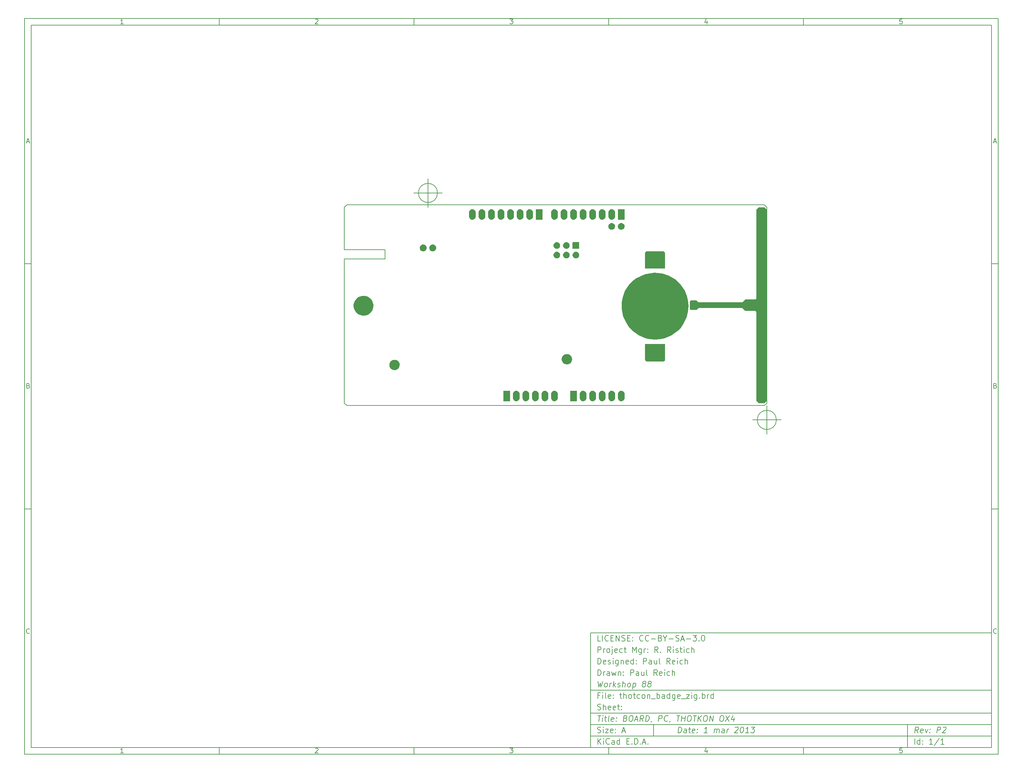
<source format=gbs>
G04 (created by PCBNEW (2012-11-15 BZR 3804)-stable) date Fri 01 Mar 2013 04:47:19 CST*
%MOIN*%
G04 Gerber Fmt 3.4, Leading zero omitted, Abs format*
%FSLAX34Y34*%
G01*
G70*
G90*
G04 APERTURE LIST*
%ADD10C,0.006*%
%ADD11C,0.00590551*%
G04 APERTURE END LIST*
G54D10*
X-38750Y36250D02*
X63250Y36250D01*
X63250Y-40750D01*
X-38750Y-40750D01*
X-38750Y36250D01*
X-38050Y35550D02*
X62550Y35550D01*
X62550Y-40050D01*
X-38050Y-40050D01*
X-38050Y35550D01*
X-18350Y36250D02*
X-18350Y35550D01*
X-28407Y35697D02*
X-28692Y35697D01*
X-28550Y35697D02*
X-28550Y36197D01*
X-28597Y36126D01*
X-28645Y36078D01*
X-28692Y36054D01*
X-18350Y-40750D02*
X-18350Y-40050D01*
X-28407Y-40602D02*
X-28692Y-40602D01*
X-28550Y-40602D02*
X-28550Y-40102D01*
X-28597Y-40173D01*
X-28645Y-40221D01*
X-28692Y-40245D01*
X2050Y36250D02*
X2050Y35550D01*
X-8292Y36150D02*
X-8269Y36173D01*
X-8221Y36197D01*
X-8102Y36197D01*
X-8054Y36173D01*
X-8030Y36150D01*
X-8007Y36102D01*
X-8007Y36054D01*
X-8030Y35983D01*
X-8316Y35697D01*
X-8007Y35697D01*
X2050Y-40750D02*
X2050Y-40050D01*
X-8292Y-40150D02*
X-8269Y-40126D01*
X-8221Y-40102D01*
X-8102Y-40102D01*
X-8054Y-40126D01*
X-8030Y-40150D01*
X-8007Y-40197D01*
X-8007Y-40245D01*
X-8030Y-40316D01*
X-8316Y-40602D01*
X-8007Y-40602D01*
X22450Y36250D02*
X22450Y35550D01*
X12083Y36197D02*
X12392Y36197D01*
X12226Y36007D01*
X12297Y36007D01*
X12345Y35983D01*
X12369Y35959D01*
X12392Y35911D01*
X12392Y35792D01*
X12369Y35745D01*
X12345Y35721D01*
X12297Y35697D01*
X12154Y35697D01*
X12107Y35721D01*
X12083Y35745D01*
X22450Y-40750D02*
X22450Y-40050D01*
X12083Y-40102D02*
X12392Y-40102D01*
X12226Y-40292D01*
X12297Y-40292D01*
X12345Y-40316D01*
X12369Y-40340D01*
X12392Y-40388D01*
X12392Y-40507D01*
X12369Y-40554D01*
X12345Y-40578D01*
X12297Y-40602D01*
X12154Y-40602D01*
X12107Y-40578D01*
X12083Y-40554D01*
X42850Y36250D02*
X42850Y35550D01*
X32745Y36030D02*
X32745Y35697D01*
X32626Y36221D02*
X32507Y35864D01*
X32816Y35864D01*
X42850Y-40750D02*
X42850Y-40050D01*
X32745Y-40269D02*
X32745Y-40602D01*
X32626Y-40078D02*
X32507Y-40435D01*
X32816Y-40435D01*
X53169Y36197D02*
X52930Y36197D01*
X52907Y35959D01*
X52930Y35983D01*
X52978Y36007D01*
X53097Y36007D01*
X53145Y35983D01*
X53169Y35959D01*
X53192Y35911D01*
X53192Y35792D01*
X53169Y35745D01*
X53145Y35721D01*
X53097Y35697D01*
X52978Y35697D01*
X52930Y35721D01*
X52907Y35745D01*
X53169Y-40102D02*
X52930Y-40102D01*
X52907Y-40340D01*
X52930Y-40316D01*
X52978Y-40292D01*
X53097Y-40292D01*
X53145Y-40316D01*
X53169Y-40340D01*
X53192Y-40388D01*
X53192Y-40507D01*
X53169Y-40554D01*
X53145Y-40578D01*
X53097Y-40602D01*
X52978Y-40602D01*
X52930Y-40578D01*
X52907Y-40554D01*
X-38750Y10590D02*
X-38050Y10590D01*
X-38519Y23360D02*
X-38280Y23360D01*
X-38566Y23217D02*
X-38399Y23717D01*
X-38233Y23217D01*
X63250Y10590D02*
X62550Y10590D01*
X62780Y23360D02*
X63019Y23360D01*
X62733Y23217D02*
X62900Y23717D01*
X63066Y23217D01*
X-38750Y-15070D02*
X-38050Y-15070D01*
X-38364Y-2180D02*
X-38292Y-2204D01*
X-38269Y-2228D01*
X-38245Y-2275D01*
X-38245Y-2347D01*
X-38269Y-2394D01*
X-38292Y-2418D01*
X-38340Y-2442D01*
X-38530Y-2442D01*
X-38530Y-1942D01*
X-38364Y-1942D01*
X-38316Y-1966D01*
X-38292Y-1990D01*
X-38269Y-2037D01*
X-38269Y-2085D01*
X-38292Y-2132D01*
X-38316Y-2156D01*
X-38364Y-2180D01*
X-38530Y-2180D01*
X63250Y-15070D02*
X62550Y-15070D01*
X62935Y-2180D02*
X63007Y-2204D01*
X63030Y-2228D01*
X63054Y-2275D01*
X63054Y-2347D01*
X63030Y-2394D01*
X63007Y-2418D01*
X62959Y-2442D01*
X62769Y-2442D01*
X62769Y-1942D01*
X62935Y-1942D01*
X62983Y-1966D01*
X63007Y-1990D01*
X63030Y-2037D01*
X63030Y-2085D01*
X63007Y-2132D01*
X62983Y-2156D01*
X62935Y-2180D01*
X62769Y-2180D01*
X-38245Y-28054D02*
X-38269Y-28078D01*
X-38340Y-28102D01*
X-38388Y-28102D01*
X-38459Y-28078D01*
X-38507Y-28030D01*
X-38530Y-27983D01*
X-38554Y-27888D01*
X-38554Y-27816D01*
X-38530Y-27721D01*
X-38507Y-27673D01*
X-38459Y-27626D01*
X-38388Y-27602D01*
X-38340Y-27602D01*
X-38269Y-27626D01*
X-38245Y-27650D01*
X63054Y-28054D02*
X63030Y-28078D01*
X62959Y-28102D01*
X62911Y-28102D01*
X62840Y-28078D01*
X62792Y-28030D01*
X62769Y-27983D01*
X62745Y-27888D01*
X62745Y-27816D01*
X62769Y-27721D01*
X62792Y-27673D01*
X62840Y-27626D01*
X62911Y-27602D01*
X62959Y-27602D01*
X63030Y-27626D01*
X63054Y-27650D01*
X29700Y-38492D02*
X29775Y-37892D01*
X29917Y-37892D01*
X30000Y-37921D01*
X30050Y-37978D01*
X30071Y-38035D01*
X30085Y-38150D01*
X30075Y-38235D01*
X30032Y-38350D01*
X29996Y-38407D01*
X29932Y-38464D01*
X29842Y-38492D01*
X29700Y-38492D01*
X30557Y-38492D02*
X30596Y-38178D01*
X30575Y-38121D01*
X30521Y-38092D01*
X30407Y-38092D01*
X30346Y-38121D01*
X30560Y-38464D02*
X30500Y-38492D01*
X30357Y-38492D01*
X30303Y-38464D01*
X30282Y-38407D01*
X30289Y-38350D01*
X30325Y-38292D01*
X30385Y-38264D01*
X30528Y-38264D01*
X30589Y-38235D01*
X30807Y-38092D02*
X31035Y-38092D01*
X30917Y-37892D02*
X30853Y-38407D01*
X30875Y-38464D01*
X30928Y-38492D01*
X30985Y-38492D01*
X31417Y-38464D02*
X31357Y-38492D01*
X31242Y-38492D01*
X31189Y-38464D01*
X31167Y-38407D01*
X31196Y-38178D01*
X31232Y-38121D01*
X31292Y-38092D01*
X31407Y-38092D01*
X31460Y-38121D01*
X31482Y-38178D01*
X31475Y-38235D01*
X31182Y-38292D01*
X31707Y-38435D02*
X31732Y-38464D01*
X31700Y-38492D01*
X31675Y-38464D01*
X31707Y-38435D01*
X31700Y-38492D01*
X31746Y-38121D02*
X31771Y-38150D01*
X31739Y-38178D01*
X31714Y-38150D01*
X31746Y-38121D01*
X31739Y-38178D01*
X32757Y-38492D02*
X32414Y-38492D01*
X32585Y-38492D02*
X32660Y-37892D01*
X32592Y-37978D01*
X32528Y-38035D01*
X32467Y-38064D01*
X33471Y-38492D02*
X33521Y-38092D01*
X33514Y-38150D02*
X33546Y-38121D01*
X33607Y-38092D01*
X33692Y-38092D01*
X33746Y-38121D01*
X33767Y-38178D01*
X33728Y-38492D01*
X33767Y-38178D02*
X33803Y-38121D01*
X33864Y-38092D01*
X33950Y-38092D01*
X34003Y-38121D01*
X34025Y-38178D01*
X33985Y-38492D01*
X34528Y-38492D02*
X34567Y-38178D01*
X34546Y-38121D01*
X34492Y-38092D01*
X34378Y-38092D01*
X34317Y-38121D01*
X34532Y-38464D02*
X34471Y-38492D01*
X34328Y-38492D01*
X34275Y-38464D01*
X34253Y-38407D01*
X34260Y-38350D01*
X34296Y-38292D01*
X34357Y-38264D01*
X34500Y-38264D01*
X34560Y-38235D01*
X34814Y-38492D02*
X34864Y-38092D01*
X34850Y-38207D02*
X34885Y-38150D01*
X34917Y-38121D01*
X34978Y-38092D01*
X35035Y-38092D01*
X35682Y-37950D02*
X35714Y-37921D01*
X35775Y-37892D01*
X35917Y-37892D01*
X35971Y-37921D01*
X35996Y-37950D01*
X36017Y-38007D01*
X36010Y-38064D01*
X35971Y-38150D01*
X35585Y-38492D01*
X35957Y-38492D01*
X36403Y-37892D02*
X36460Y-37892D01*
X36514Y-37921D01*
X36539Y-37950D01*
X36560Y-38007D01*
X36575Y-38121D01*
X36557Y-38264D01*
X36514Y-38378D01*
X36478Y-38435D01*
X36446Y-38464D01*
X36385Y-38492D01*
X36328Y-38492D01*
X36275Y-38464D01*
X36250Y-38435D01*
X36228Y-38378D01*
X36214Y-38264D01*
X36232Y-38121D01*
X36275Y-38007D01*
X36310Y-37950D01*
X36342Y-37921D01*
X36403Y-37892D01*
X37100Y-38492D02*
X36757Y-38492D01*
X36928Y-38492D02*
X37003Y-37892D01*
X36935Y-37978D01*
X36871Y-38035D01*
X36810Y-38064D01*
X37375Y-37892D02*
X37746Y-37892D01*
X37517Y-38121D01*
X37603Y-38121D01*
X37657Y-38150D01*
X37682Y-38178D01*
X37703Y-38235D01*
X37685Y-38378D01*
X37650Y-38435D01*
X37617Y-38464D01*
X37557Y-38492D01*
X37385Y-38492D01*
X37332Y-38464D01*
X37307Y-38435D01*
X21292Y-39692D02*
X21292Y-39092D01*
X21635Y-39692D02*
X21378Y-39350D01*
X21635Y-39092D02*
X21292Y-39435D01*
X21892Y-39692D02*
X21892Y-39292D01*
X21892Y-39092D02*
X21864Y-39121D01*
X21892Y-39150D01*
X21921Y-39121D01*
X21892Y-39092D01*
X21892Y-39150D01*
X22521Y-39635D02*
X22492Y-39664D01*
X22407Y-39692D01*
X22350Y-39692D01*
X22264Y-39664D01*
X22207Y-39607D01*
X22178Y-39550D01*
X22150Y-39435D01*
X22150Y-39350D01*
X22178Y-39235D01*
X22207Y-39178D01*
X22264Y-39121D01*
X22350Y-39092D01*
X22407Y-39092D01*
X22492Y-39121D01*
X22521Y-39150D01*
X23035Y-39692D02*
X23035Y-39378D01*
X23007Y-39321D01*
X22950Y-39292D01*
X22835Y-39292D01*
X22778Y-39321D01*
X23035Y-39664D02*
X22978Y-39692D01*
X22835Y-39692D01*
X22778Y-39664D01*
X22750Y-39607D01*
X22750Y-39550D01*
X22778Y-39492D01*
X22835Y-39464D01*
X22978Y-39464D01*
X23035Y-39435D01*
X23578Y-39692D02*
X23578Y-39092D01*
X23578Y-39664D02*
X23521Y-39692D01*
X23407Y-39692D01*
X23350Y-39664D01*
X23321Y-39635D01*
X23292Y-39578D01*
X23292Y-39407D01*
X23321Y-39350D01*
X23350Y-39321D01*
X23407Y-39292D01*
X23521Y-39292D01*
X23578Y-39321D01*
X24321Y-39378D02*
X24521Y-39378D01*
X24607Y-39692D02*
X24321Y-39692D01*
X24321Y-39092D01*
X24607Y-39092D01*
X24864Y-39635D02*
X24892Y-39664D01*
X24864Y-39692D01*
X24835Y-39664D01*
X24864Y-39635D01*
X24864Y-39692D01*
X25149Y-39692D02*
X25149Y-39092D01*
X25292Y-39092D01*
X25378Y-39121D01*
X25435Y-39178D01*
X25464Y-39235D01*
X25492Y-39350D01*
X25492Y-39435D01*
X25464Y-39550D01*
X25435Y-39607D01*
X25378Y-39664D01*
X25292Y-39692D01*
X25149Y-39692D01*
X25749Y-39635D02*
X25778Y-39664D01*
X25749Y-39692D01*
X25721Y-39664D01*
X25749Y-39635D01*
X25749Y-39692D01*
X26007Y-39521D02*
X26292Y-39521D01*
X25949Y-39692D02*
X26149Y-39092D01*
X26349Y-39692D01*
X26549Y-39635D02*
X26578Y-39664D01*
X26549Y-39692D01*
X26521Y-39664D01*
X26549Y-39635D01*
X26549Y-39692D01*
X54842Y-38492D02*
X54678Y-38207D01*
X54500Y-38492D02*
X54575Y-37892D01*
X54803Y-37892D01*
X54857Y-37921D01*
X54882Y-37950D01*
X54903Y-38007D01*
X54892Y-38092D01*
X54857Y-38150D01*
X54825Y-38178D01*
X54764Y-38207D01*
X54535Y-38207D01*
X55332Y-38464D02*
X55271Y-38492D01*
X55157Y-38492D01*
X55103Y-38464D01*
X55082Y-38407D01*
X55110Y-38178D01*
X55146Y-38121D01*
X55207Y-38092D01*
X55321Y-38092D01*
X55375Y-38121D01*
X55396Y-38178D01*
X55389Y-38235D01*
X55096Y-38292D01*
X55607Y-38092D02*
X55700Y-38492D01*
X55892Y-38092D01*
X56078Y-38435D02*
X56103Y-38464D01*
X56071Y-38492D01*
X56046Y-38464D01*
X56078Y-38435D01*
X56071Y-38492D01*
X56117Y-38121D02*
X56142Y-38150D01*
X56110Y-38178D01*
X56085Y-38150D01*
X56117Y-38121D01*
X56110Y-38178D01*
X56814Y-38492D02*
X56889Y-37892D01*
X57117Y-37892D01*
X57171Y-37921D01*
X57196Y-37950D01*
X57217Y-38007D01*
X57207Y-38092D01*
X57171Y-38150D01*
X57139Y-38178D01*
X57078Y-38207D01*
X56850Y-38207D01*
X57453Y-37950D02*
X57485Y-37921D01*
X57546Y-37892D01*
X57689Y-37892D01*
X57742Y-37921D01*
X57767Y-37950D01*
X57789Y-38007D01*
X57782Y-38064D01*
X57742Y-38150D01*
X57357Y-38492D01*
X57728Y-38492D01*
X21264Y-38464D02*
X21350Y-38492D01*
X21492Y-38492D01*
X21550Y-38464D01*
X21578Y-38435D01*
X21607Y-38378D01*
X21607Y-38321D01*
X21578Y-38264D01*
X21550Y-38235D01*
X21492Y-38207D01*
X21378Y-38178D01*
X21321Y-38150D01*
X21292Y-38121D01*
X21264Y-38064D01*
X21264Y-38007D01*
X21292Y-37950D01*
X21321Y-37921D01*
X21378Y-37892D01*
X21521Y-37892D01*
X21607Y-37921D01*
X21864Y-38492D02*
X21864Y-38092D01*
X21864Y-37892D02*
X21835Y-37921D01*
X21864Y-37950D01*
X21892Y-37921D01*
X21864Y-37892D01*
X21864Y-37950D01*
X22092Y-38092D02*
X22407Y-38092D01*
X22092Y-38492D01*
X22407Y-38492D01*
X22864Y-38464D02*
X22807Y-38492D01*
X22692Y-38492D01*
X22635Y-38464D01*
X22607Y-38407D01*
X22607Y-38178D01*
X22635Y-38121D01*
X22692Y-38092D01*
X22807Y-38092D01*
X22864Y-38121D01*
X22892Y-38178D01*
X22892Y-38235D01*
X22607Y-38292D01*
X23150Y-38435D02*
X23178Y-38464D01*
X23150Y-38492D01*
X23121Y-38464D01*
X23150Y-38435D01*
X23150Y-38492D01*
X23150Y-38121D02*
X23178Y-38150D01*
X23150Y-38178D01*
X23121Y-38150D01*
X23150Y-38121D01*
X23150Y-38178D01*
X23864Y-38321D02*
X24150Y-38321D01*
X23807Y-38492D02*
X24007Y-37892D01*
X24207Y-38492D01*
X54492Y-39692D02*
X54492Y-39092D01*
X55035Y-39692D02*
X55035Y-39092D01*
X55035Y-39664D02*
X54978Y-39692D01*
X54864Y-39692D01*
X54807Y-39664D01*
X54778Y-39635D01*
X54750Y-39578D01*
X54750Y-39407D01*
X54778Y-39350D01*
X54807Y-39321D01*
X54864Y-39292D01*
X54978Y-39292D01*
X55035Y-39321D01*
X55321Y-39635D02*
X55350Y-39664D01*
X55321Y-39692D01*
X55292Y-39664D01*
X55321Y-39635D01*
X55321Y-39692D01*
X55321Y-39321D02*
X55350Y-39350D01*
X55321Y-39378D01*
X55292Y-39350D01*
X55321Y-39321D01*
X55321Y-39378D01*
X56378Y-39692D02*
X56035Y-39692D01*
X56207Y-39692D02*
X56207Y-39092D01*
X56149Y-39178D01*
X56092Y-39235D01*
X56035Y-39264D01*
X57064Y-39064D02*
X56550Y-39835D01*
X57578Y-39692D02*
X57235Y-39692D01*
X57407Y-39692D02*
X57407Y-39092D01*
X57349Y-39178D01*
X57292Y-39235D01*
X57235Y-39264D01*
X21289Y-36692D02*
X21632Y-36692D01*
X21385Y-37292D02*
X21460Y-36692D01*
X21757Y-37292D02*
X21807Y-36892D01*
X21832Y-36692D02*
X21800Y-36721D01*
X21825Y-36750D01*
X21857Y-36721D01*
X21832Y-36692D01*
X21825Y-36750D01*
X22007Y-36892D02*
X22235Y-36892D01*
X22117Y-36692D02*
X22053Y-37207D01*
X22075Y-37264D01*
X22128Y-37292D01*
X22185Y-37292D01*
X22471Y-37292D02*
X22417Y-37264D01*
X22396Y-37207D01*
X22460Y-36692D01*
X22932Y-37264D02*
X22871Y-37292D01*
X22757Y-37292D01*
X22703Y-37264D01*
X22682Y-37207D01*
X22710Y-36978D01*
X22746Y-36921D01*
X22807Y-36892D01*
X22921Y-36892D01*
X22975Y-36921D01*
X22996Y-36978D01*
X22989Y-37035D01*
X22696Y-37092D01*
X23221Y-37235D02*
X23246Y-37264D01*
X23214Y-37292D01*
X23189Y-37264D01*
X23221Y-37235D01*
X23214Y-37292D01*
X23260Y-36921D02*
X23285Y-36950D01*
X23253Y-36978D01*
X23228Y-36950D01*
X23260Y-36921D01*
X23253Y-36978D01*
X24196Y-36978D02*
X24278Y-37007D01*
X24303Y-37035D01*
X24325Y-37092D01*
X24314Y-37178D01*
X24278Y-37235D01*
X24246Y-37264D01*
X24185Y-37292D01*
X23957Y-37292D01*
X24032Y-36692D01*
X24232Y-36692D01*
X24285Y-36721D01*
X24310Y-36750D01*
X24332Y-36807D01*
X24325Y-36864D01*
X24289Y-36921D01*
X24257Y-36950D01*
X24196Y-36978D01*
X23996Y-36978D01*
X24746Y-36692D02*
X24860Y-36692D01*
X24914Y-36721D01*
X24964Y-36778D01*
X24978Y-36892D01*
X24953Y-37092D01*
X24910Y-37207D01*
X24846Y-37264D01*
X24785Y-37292D01*
X24671Y-37292D01*
X24617Y-37264D01*
X24567Y-37207D01*
X24553Y-37092D01*
X24578Y-36892D01*
X24621Y-36778D01*
X24685Y-36721D01*
X24746Y-36692D01*
X25178Y-37121D02*
X25464Y-37121D01*
X25100Y-37292D02*
X25375Y-36692D01*
X25500Y-37292D01*
X26042Y-37292D02*
X25878Y-37007D01*
X25700Y-37292D02*
X25775Y-36692D01*
X26003Y-36692D01*
X26057Y-36721D01*
X26082Y-36750D01*
X26103Y-36807D01*
X26092Y-36892D01*
X26057Y-36950D01*
X26025Y-36978D01*
X25964Y-37007D01*
X25735Y-37007D01*
X26300Y-37292D02*
X26375Y-36692D01*
X26517Y-36692D01*
X26600Y-36721D01*
X26650Y-36778D01*
X26671Y-36835D01*
X26685Y-36950D01*
X26675Y-37035D01*
X26632Y-37150D01*
X26596Y-37207D01*
X26532Y-37264D01*
X26442Y-37292D01*
X26300Y-37292D01*
X26932Y-37264D02*
X26928Y-37292D01*
X26892Y-37350D01*
X26860Y-37378D01*
X27642Y-37292D02*
X27717Y-36692D01*
X27946Y-36692D01*
X27999Y-36721D01*
X28025Y-36750D01*
X28046Y-36807D01*
X28035Y-36892D01*
X28000Y-36950D01*
X27967Y-36978D01*
X27907Y-37007D01*
X27678Y-37007D01*
X28592Y-37235D02*
X28560Y-37264D01*
X28471Y-37292D01*
X28414Y-37292D01*
X28332Y-37264D01*
X28282Y-37207D01*
X28260Y-37150D01*
X28246Y-37035D01*
X28257Y-36950D01*
X28300Y-36835D01*
X28335Y-36778D01*
X28399Y-36721D01*
X28489Y-36692D01*
X28546Y-36692D01*
X28628Y-36721D01*
X28653Y-36750D01*
X28875Y-37264D02*
X28871Y-37292D01*
X28835Y-37350D01*
X28803Y-37378D01*
X29575Y-36692D02*
X29917Y-36692D01*
X29671Y-37292D02*
X29746Y-36692D01*
X30042Y-37292D02*
X30117Y-36692D01*
X30082Y-36978D02*
X30425Y-36978D01*
X30385Y-37292D02*
X30460Y-36692D01*
X30860Y-36692D02*
X30975Y-36692D01*
X31028Y-36721D01*
X31078Y-36778D01*
X31092Y-36892D01*
X31067Y-37092D01*
X31024Y-37207D01*
X30960Y-37264D01*
X30900Y-37292D01*
X30785Y-37292D01*
X30732Y-37264D01*
X30682Y-37207D01*
X30667Y-37092D01*
X30692Y-36892D01*
X30735Y-36778D01*
X30799Y-36721D01*
X30860Y-36692D01*
X31289Y-36692D02*
X31632Y-36692D01*
X31385Y-37292D02*
X31460Y-36692D01*
X31757Y-37292D02*
X31832Y-36692D01*
X32099Y-37292D02*
X31885Y-36950D01*
X32174Y-36692D02*
X31789Y-37035D01*
X32546Y-36692D02*
X32660Y-36692D01*
X32714Y-36721D01*
X32764Y-36778D01*
X32778Y-36892D01*
X32753Y-37092D01*
X32710Y-37207D01*
X32646Y-37264D01*
X32585Y-37292D01*
X32471Y-37292D01*
X32417Y-37264D01*
X32367Y-37207D01*
X32353Y-37092D01*
X32378Y-36892D01*
X32421Y-36778D01*
X32485Y-36721D01*
X32546Y-36692D01*
X32985Y-37292D02*
X33060Y-36692D01*
X33328Y-37292D01*
X33403Y-36692D01*
X34260Y-36692D02*
X34374Y-36692D01*
X34428Y-36721D01*
X34478Y-36778D01*
X34492Y-36892D01*
X34467Y-37092D01*
X34424Y-37207D01*
X34360Y-37264D01*
X34299Y-37292D01*
X34185Y-37292D01*
X34132Y-37264D01*
X34082Y-37207D01*
X34067Y-37092D01*
X34092Y-36892D01*
X34135Y-36778D01*
X34199Y-36721D01*
X34260Y-36692D01*
X34717Y-36692D02*
X35042Y-37292D01*
X35117Y-36692D02*
X34642Y-37292D01*
X35578Y-36892D02*
X35528Y-37292D01*
X35464Y-36664D02*
X35267Y-37092D01*
X35639Y-37092D01*
X21492Y-34578D02*
X21292Y-34578D01*
X21292Y-34892D02*
X21292Y-34292D01*
X21578Y-34292D01*
X21807Y-34892D02*
X21807Y-34492D01*
X21807Y-34292D02*
X21778Y-34321D01*
X21807Y-34350D01*
X21835Y-34321D01*
X21807Y-34292D01*
X21807Y-34350D01*
X22178Y-34892D02*
X22121Y-34864D01*
X22092Y-34807D01*
X22092Y-34292D01*
X22635Y-34864D02*
X22578Y-34892D01*
X22464Y-34892D01*
X22407Y-34864D01*
X22378Y-34807D01*
X22378Y-34578D01*
X22407Y-34521D01*
X22464Y-34492D01*
X22578Y-34492D01*
X22635Y-34521D01*
X22664Y-34578D01*
X22664Y-34635D01*
X22378Y-34692D01*
X22921Y-34835D02*
X22950Y-34864D01*
X22921Y-34892D01*
X22892Y-34864D01*
X22921Y-34835D01*
X22921Y-34892D01*
X22921Y-34521D02*
X22950Y-34550D01*
X22921Y-34578D01*
X22892Y-34550D01*
X22921Y-34521D01*
X22921Y-34578D01*
X23578Y-34492D02*
X23807Y-34492D01*
X23664Y-34292D02*
X23664Y-34807D01*
X23692Y-34864D01*
X23750Y-34892D01*
X23807Y-34892D01*
X24007Y-34892D02*
X24007Y-34292D01*
X24264Y-34892D02*
X24264Y-34578D01*
X24235Y-34521D01*
X24178Y-34492D01*
X24092Y-34492D01*
X24035Y-34521D01*
X24007Y-34550D01*
X24635Y-34892D02*
X24578Y-34864D01*
X24550Y-34835D01*
X24521Y-34778D01*
X24521Y-34607D01*
X24550Y-34550D01*
X24578Y-34521D01*
X24635Y-34492D01*
X24721Y-34492D01*
X24778Y-34521D01*
X24807Y-34550D01*
X24835Y-34607D01*
X24835Y-34778D01*
X24807Y-34835D01*
X24778Y-34864D01*
X24721Y-34892D01*
X24635Y-34892D01*
X25007Y-34492D02*
X25235Y-34492D01*
X25092Y-34292D02*
X25092Y-34807D01*
X25121Y-34864D01*
X25178Y-34892D01*
X25235Y-34892D01*
X25692Y-34864D02*
X25635Y-34892D01*
X25521Y-34892D01*
X25464Y-34864D01*
X25435Y-34835D01*
X25407Y-34778D01*
X25407Y-34607D01*
X25435Y-34550D01*
X25464Y-34521D01*
X25521Y-34492D01*
X25635Y-34492D01*
X25692Y-34521D01*
X26035Y-34892D02*
X25978Y-34864D01*
X25950Y-34835D01*
X25921Y-34778D01*
X25921Y-34607D01*
X25950Y-34550D01*
X25978Y-34521D01*
X26035Y-34492D01*
X26121Y-34492D01*
X26178Y-34521D01*
X26207Y-34550D01*
X26235Y-34607D01*
X26235Y-34778D01*
X26207Y-34835D01*
X26178Y-34864D01*
X26121Y-34892D01*
X26035Y-34892D01*
X26492Y-34492D02*
X26492Y-34892D01*
X26492Y-34550D02*
X26521Y-34521D01*
X26578Y-34492D01*
X26664Y-34492D01*
X26721Y-34521D01*
X26750Y-34578D01*
X26750Y-34892D01*
X26892Y-34950D02*
X27350Y-34950D01*
X27492Y-34892D02*
X27492Y-34292D01*
X27492Y-34521D02*
X27550Y-34492D01*
X27664Y-34492D01*
X27721Y-34521D01*
X27750Y-34550D01*
X27778Y-34607D01*
X27778Y-34778D01*
X27750Y-34835D01*
X27721Y-34864D01*
X27664Y-34892D01*
X27550Y-34892D01*
X27492Y-34864D01*
X28292Y-34892D02*
X28292Y-34578D01*
X28264Y-34521D01*
X28207Y-34492D01*
X28092Y-34492D01*
X28035Y-34521D01*
X28292Y-34864D02*
X28235Y-34892D01*
X28092Y-34892D01*
X28035Y-34864D01*
X28007Y-34807D01*
X28007Y-34750D01*
X28035Y-34692D01*
X28092Y-34664D01*
X28235Y-34664D01*
X28292Y-34635D01*
X28835Y-34892D02*
X28835Y-34292D01*
X28835Y-34864D02*
X28778Y-34892D01*
X28664Y-34892D01*
X28607Y-34864D01*
X28578Y-34835D01*
X28550Y-34778D01*
X28550Y-34607D01*
X28578Y-34550D01*
X28607Y-34521D01*
X28664Y-34492D01*
X28778Y-34492D01*
X28835Y-34521D01*
X29378Y-34492D02*
X29378Y-34978D01*
X29350Y-35035D01*
X29321Y-35064D01*
X29264Y-35092D01*
X29178Y-35092D01*
X29121Y-35064D01*
X29378Y-34864D02*
X29321Y-34892D01*
X29207Y-34892D01*
X29150Y-34864D01*
X29121Y-34835D01*
X29092Y-34778D01*
X29092Y-34607D01*
X29121Y-34550D01*
X29150Y-34521D01*
X29207Y-34492D01*
X29321Y-34492D01*
X29378Y-34521D01*
X29892Y-34864D02*
X29835Y-34892D01*
X29721Y-34892D01*
X29664Y-34864D01*
X29635Y-34807D01*
X29635Y-34578D01*
X29664Y-34521D01*
X29721Y-34492D01*
X29835Y-34492D01*
X29892Y-34521D01*
X29921Y-34578D01*
X29921Y-34635D01*
X29635Y-34692D01*
X30035Y-34950D02*
X30492Y-34950D01*
X30578Y-34492D02*
X30892Y-34492D01*
X30578Y-34892D01*
X30892Y-34892D01*
X31121Y-34892D02*
X31121Y-34492D01*
X31121Y-34292D02*
X31092Y-34321D01*
X31121Y-34350D01*
X31150Y-34321D01*
X31121Y-34292D01*
X31121Y-34350D01*
X31664Y-34492D02*
X31664Y-34978D01*
X31635Y-35035D01*
X31607Y-35064D01*
X31549Y-35092D01*
X31464Y-35092D01*
X31407Y-35064D01*
X31664Y-34864D02*
X31607Y-34892D01*
X31492Y-34892D01*
X31435Y-34864D01*
X31407Y-34835D01*
X31378Y-34778D01*
X31378Y-34607D01*
X31407Y-34550D01*
X31435Y-34521D01*
X31492Y-34492D01*
X31607Y-34492D01*
X31664Y-34521D01*
X31949Y-34835D02*
X31978Y-34864D01*
X31949Y-34892D01*
X31921Y-34864D01*
X31949Y-34835D01*
X31949Y-34892D01*
X32235Y-34892D02*
X32235Y-34292D01*
X32235Y-34521D02*
X32292Y-34492D01*
X32407Y-34492D01*
X32464Y-34521D01*
X32492Y-34550D01*
X32521Y-34607D01*
X32521Y-34778D01*
X32492Y-34835D01*
X32464Y-34864D01*
X32407Y-34892D01*
X32292Y-34892D01*
X32235Y-34864D01*
X32778Y-34892D02*
X32778Y-34492D01*
X32778Y-34607D02*
X32807Y-34550D01*
X32835Y-34521D01*
X32892Y-34492D01*
X32949Y-34492D01*
X33407Y-34892D02*
X33407Y-34292D01*
X33407Y-34864D02*
X33349Y-34892D01*
X33235Y-34892D01*
X33178Y-34864D01*
X33149Y-34835D01*
X33121Y-34778D01*
X33121Y-34607D01*
X33149Y-34550D01*
X33178Y-34521D01*
X33235Y-34492D01*
X33349Y-34492D01*
X33407Y-34521D01*
X21264Y-36064D02*
X21350Y-36092D01*
X21492Y-36092D01*
X21550Y-36064D01*
X21578Y-36035D01*
X21607Y-35978D01*
X21607Y-35921D01*
X21578Y-35864D01*
X21550Y-35835D01*
X21492Y-35807D01*
X21378Y-35778D01*
X21321Y-35750D01*
X21292Y-35721D01*
X21264Y-35664D01*
X21264Y-35607D01*
X21292Y-35550D01*
X21321Y-35521D01*
X21378Y-35492D01*
X21521Y-35492D01*
X21607Y-35521D01*
X21864Y-36092D02*
X21864Y-35492D01*
X22121Y-36092D02*
X22121Y-35778D01*
X22092Y-35721D01*
X22035Y-35692D01*
X21950Y-35692D01*
X21892Y-35721D01*
X21864Y-35750D01*
X22635Y-36064D02*
X22578Y-36092D01*
X22464Y-36092D01*
X22407Y-36064D01*
X22378Y-36007D01*
X22378Y-35778D01*
X22407Y-35721D01*
X22464Y-35692D01*
X22578Y-35692D01*
X22635Y-35721D01*
X22664Y-35778D01*
X22664Y-35835D01*
X22378Y-35892D01*
X23150Y-36064D02*
X23092Y-36092D01*
X22978Y-36092D01*
X22921Y-36064D01*
X22892Y-36007D01*
X22892Y-35778D01*
X22921Y-35721D01*
X22978Y-35692D01*
X23092Y-35692D01*
X23150Y-35721D01*
X23178Y-35778D01*
X23178Y-35835D01*
X22892Y-35892D01*
X23350Y-35692D02*
X23578Y-35692D01*
X23435Y-35492D02*
X23435Y-36007D01*
X23464Y-36064D01*
X23521Y-36092D01*
X23578Y-36092D01*
X23778Y-36035D02*
X23807Y-36064D01*
X23778Y-36092D01*
X23750Y-36064D01*
X23778Y-36035D01*
X23778Y-36092D01*
X23778Y-35721D02*
X23807Y-35750D01*
X23778Y-35778D01*
X23750Y-35750D01*
X23778Y-35721D01*
X23778Y-35778D01*
X21317Y-33092D02*
X21385Y-33692D01*
X21553Y-33264D01*
X21614Y-33692D01*
X21832Y-33092D01*
X22071Y-33692D02*
X22017Y-33664D01*
X21992Y-33635D01*
X21971Y-33578D01*
X21992Y-33407D01*
X22028Y-33350D01*
X22060Y-33321D01*
X22121Y-33292D01*
X22207Y-33292D01*
X22260Y-33321D01*
X22285Y-33350D01*
X22307Y-33407D01*
X22285Y-33578D01*
X22250Y-33635D01*
X22217Y-33664D01*
X22157Y-33692D01*
X22071Y-33692D01*
X22528Y-33692D02*
X22578Y-33292D01*
X22564Y-33407D02*
X22600Y-33350D01*
X22632Y-33321D01*
X22692Y-33292D01*
X22750Y-33292D01*
X22900Y-33692D02*
X22975Y-33092D01*
X22985Y-33464D02*
X23128Y-33692D01*
X23178Y-33292D02*
X22921Y-33521D01*
X23360Y-33664D02*
X23414Y-33692D01*
X23528Y-33692D01*
X23589Y-33664D01*
X23625Y-33607D01*
X23628Y-33578D01*
X23607Y-33521D01*
X23553Y-33492D01*
X23467Y-33492D01*
X23414Y-33464D01*
X23392Y-33407D01*
X23396Y-33378D01*
X23432Y-33321D01*
X23492Y-33292D01*
X23578Y-33292D01*
X23632Y-33321D01*
X23871Y-33692D02*
X23946Y-33092D01*
X24128Y-33692D02*
X24167Y-33378D01*
X24146Y-33321D01*
X24092Y-33292D01*
X24007Y-33292D01*
X23946Y-33321D01*
X23914Y-33350D01*
X24499Y-33692D02*
X24446Y-33664D01*
X24421Y-33635D01*
X24400Y-33578D01*
X24421Y-33407D01*
X24457Y-33350D01*
X24489Y-33321D01*
X24549Y-33292D01*
X24635Y-33292D01*
X24689Y-33321D01*
X24714Y-33350D01*
X24735Y-33407D01*
X24714Y-33578D01*
X24678Y-33635D01*
X24646Y-33664D01*
X24585Y-33692D01*
X24499Y-33692D01*
X25007Y-33292D02*
X24932Y-33892D01*
X25003Y-33321D02*
X25064Y-33292D01*
X25178Y-33292D01*
X25232Y-33321D01*
X25257Y-33350D01*
X25278Y-33407D01*
X25257Y-33578D01*
X25221Y-33635D01*
X25189Y-33664D01*
X25128Y-33692D01*
X25014Y-33692D01*
X24960Y-33664D01*
X26085Y-33350D02*
X26032Y-33321D01*
X26007Y-33292D01*
X25985Y-33235D01*
X25989Y-33207D01*
X26024Y-33150D01*
X26057Y-33121D01*
X26117Y-33092D01*
X26232Y-33092D01*
X26285Y-33121D01*
X26310Y-33150D01*
X26332Y-33207D01*
X26328Y-33235D01*
X26292Y-33292D01*
X26260Y-33321D01*
X26199Y-33350D01*
X26085Y-33350D01*
X26025Y-33378D01*
X25992Y-33407D01*
X25957Y-33464D01*
X25942Y-33578D01*
X25964Y-33635D01*
X25989Y-33664D01*
X26042Y-33692D01*
X26157Y-33692D01*
X26217Y-33664D01*
X26249Y-33635D01*
X26285Y-33578D01*
X26299Y-33464D01*
X26278Y-33407D01*
X26253Y-33378D01*
X26199Y-33350D01*
X26657Y-33350D02*
X26603Y-33321D01*
X26578Y-33292D01*
X26557Y-33235D01*
X26560Y-33207D01*
X26596Y-33150D01*
X26628Y-33121D01*
X26689Y-33092D01*
X26803Y-33092D01*
X26857Y-33121D01*
X26882Y-33150D01*
X26903Y-33207D01*
X26900Y-33235D01*
X26864Y-33292D01*
X26832Y-33321D01*
X26771Y-33350D01*
X26657Y-33350D01*
X26596Y-33378D01*
X26564Y-33407D01*
X26528Y-33464D01*
X26514Y-33578D01*
X26535Y-33635D01*
X26560Y-33664D01*
X26614Y-33692D01*
X26728Y-33692D01*
X26789Y-33664D01*
X26821Y-33635D01*
X26857Y-33578D01*
X26871Y-33464D01*
X26849Y-33407D01*
X26825Y-33378D01*
X26771Y-33350D01*
X21292Y-32492D02*
X21292Y-31892D01*
X21435Y-31892D01*
X21521Y-31921D01*
X21578Y-31978D01*
X21607Y-32035D01*
X21635Y-32150D01*
X21635Y-32235D01*
X21607Y-32350D01*
X21578Y-32407D01*
X21521Y-32464D01*
X21435Y-32492D01*
X21292Y-32492D01*
X21892Y-32492D02*
X21892Y-32092D01*
X21892Y-32207D02*
X21921Y-32150D01*
X21950Y-32121D01*
X22007Y-32092D01*
X22064Y-32092D01*
X22521Y-32492D02*
X22521Y-32178D01*
X22492Y-32121D01*
X22435Y-32092D01*
X22321Y-32092D01*
X22264Y-32121D01*
X22521Y-32464D02*
X22464Y-32492D01*
X22321Y-32492D01*
X22264Y-32464D01*
X22235Y-32407D01*
X22235Y-32350D01*
X22264Y-32292D01*
X22321Y-32264D01*
X22464Y-32264D01*
X22521Y-32235D01*
X22750Y-32092D02*
X22864Y-32492D01*
X22978Y-32207D01*
X23092Y-32492D01*
X23207Y-32092D01*
X23435Y-32092D02*
X23435Y-32492D01*
X23435Y-32150D02*
X23464Y-32121D01*
X23521Y-32092D01*
X23607Y-32092D01*
X23664Y-32121D01*
X23692Y-32178D01*
X23692Y-32492D01*
X23978Y-32435D02*
X24007Y-32464D01*
X23978Y-32492D01*
X23950Y-32464D01*
X23978Y-32435D01*
X23978Y-32492D01*
X23978Y-32121D02*
X24007Y-32150D01*
X23978Y-32178D01*
X23950Y-32150D01*
X23978Y-32121D01*
X23978Y-32178D01*
X24721Y-32492D02*
X24721Y-31892D01*
X24950Y-31892D01*
X25007Y-31921D01*
X25035Y-31950D01*
X25064Y-32007D01*
X25064Y-32092D01*
X25035Y-32150D01*
X25007Y-32178D01*
X24950Y-32207D01*
X24721Y-32207D01*
X25578Y-32492D02*
X25578Y-32178D01*
X25550Y-32121D01*
X25492Y-32092D01*
X25378Y-32092D01*
X25321Y-32121D01*
X25578Y-32464D02*
X25521Y-32492D01*
X25378Y-32492D01*
X25321Y-32464D01*
X25292Y-32407D01*
X25292Y-32350D01*
X25321Y-32292D01*
X25378Y-32264D01*
X25521Y-32264D01*
X25578Y-32235D01*
X26121Y-32092D02*
X26121Y-32492D01*
X25864Y-32092D02*
X25864Y-32407D01*
X25892Y-32464D01*
X25949Y-32492D01*
X26035Y-32492D01*
X26092Y-32464D01*
X26121Y-32435D01*
X26492Y-32492D02*
X26435Y-32464D01*
X26407Y-32407D01*
X26407Y-31892D01*
X27521Y-32492D02*
X27321Y-32207D01*
X27178Y-32492D02*
X27178Y-31892D01*
X27407Y-31892D01*
X27464Y-31921D01*
X27492Y-31950D01*
X27521Y-32007D01*
X27521Y-32092D01*
X27492Y-32150D01*
X27464Y-32178D01*
X27407Y-32207D01*
X27178Y-32207D01*
X28007Y-32464D02*
X27950Y-32492D01*
X27835Y-32492D01*
X27778Y-32464D01*
X27750Y-32407D01*
X27750Y-32178D01*
X27778Y-32121D01*
X27835Y-32092D01*
X27950Y-32092D01*
X28007Y-32121D01*
X28035Y-32178D01*
X28035Y-32235D01*
X27750Y-32292D01*
X28292Y-32492D02*
X28292Y-32092D01*
X28292Y-31892D02*
X28264Y-31921D01*
X28292Y-31950D01*
X28321Y-31921D01*
X28292Y-31892D01*
X28292Y-31950D01*
X28835Y-32464D02*
X28778Y-32492D01*
X28664Y-32492D01*
X28607Y-32464D01*
X28578Y-32435D01*
X28550Y-32378D01*
X28550Y-32207D01*
X28578Y-32150D01*
X28607Y-32121D01*
X28664Y-32092D01*
X28778Y-32092D01*
X28835Y-32121D01*
X29092Y-32492D02*
X29092Y-31892D01*
X29350Y-32492D02*
X29350Y-32178D01*
X29321Y-32121D01*
X29264Y-32092D01*
X29178Y-32092D01*
X29121Y-32121D01*
X29092Y-32150D01*
X21292Y-31292D02*
X21292Y-30692D01*
X21435Y-30692D01*
X21521Y-30721D01*
X21578Y-30778D01*
X21607Y-30835D01*
X21635Y-30950D01*
X21635Y-31035D01*
X21607Y-31150D01*
X21578Y-31207D01*
X21521Y-31264D01*
X21435Y-31292D01*
X21292Y-31292D01*
X22121Y-31264D02*
X22064Y-31292D01*
X21950Y-31292D01*
X21892Y-31264D01*
X21864Y-31207D01*
X21864Y-30978D01*
X21892Y-30921D01*
X21950Y-30892D01*
X22064Y-30892D01*
X22121Y-30921D01*
X22150Y-30978D01*
X22150Y-31035D01*
X21864Y-31092D01*
X22378Y-31264D02*
X22435Y-31292D01*
X22550Y-31292D01*
X22607Y-31264D01*
X22635Y-31207D01*
X22635Y-31178D01*
X22607Y-31121D01*
X22550Y-31092D01*
X22464Y-31092D01*
X22407Y-31064D01*
X22378Y-31007D01*
X22378Y-30978D01*
X22407Y-30921D01*
X22464Y-30892D01*
X22550Y-30892D01*
X22607Y-30921D01*
X22892Y-31292D02*
X22892Y-30892D01*
X22892Y-30692D02*
X22864Y-30721D01*
X22892Y-30750D01*
X22921Y-30721D01*
X22892Y-30692D01*
X22892Y-30750D01*
X23435Y-30892D02*
X23435Y-31378D01*
X23407Y-31435D01*
X23378Y-31464D01*
X23321Y-31492D01*
X23235Y-31492D01*
X23178Y-31464D01*
X23435Y-31264D02*
X23378Y-31292D01*
X23264Y-31292D01*
X23207Y-31264D01*
X23178Y-31235D01*
X23150Y-31178D01*
X23150Y-31007D01*
X23178Y-30950D01*
X23207Y-30921D01*
X23264Y-30892D01*
X23378Y-30892D01*
X23435Y-30921D01*
X23721Y-30892D02*
X23721Y-31292D01*
X23721Y-30950D02*
X23750Y-30921D01*
X23807Y-30892D01*
X23892Y-30892D01*
X23950Y-30921D01*
X23978Y-30978D01*
X23978Y-31292D01*
X24492Y-31264D02*
X24435Y-31292D01*
X24321Y-31292D01*
X24264Y-31264D01*
X24235Y-31207D01*
X24235Y-30978D01*
X24264Y-30921D01*
X24321Y-30892D01*
X24435Y-30892D01*
X24492Y-30921D01*
X24521Y-30978D01*
X24521Y-31035D01*
X24235Y-31092D01*
X25035Y-31292D02*
X25035Y-30692D01*
X25035Y-31264D02*
X24978Y-31292D01*
X24864Y-31292D01*
X24807Y-31264D01*
X24778Y-31235D01*
X24750Y-31178D01*
X24750Y-31007D01*
X24778Y-30950D01*
X24807Y-30921D01*
X24864Y-30892D01*
X24978Y-30892D01*
X25035Y-30921D01*
X25321Y-31235D02*
X25350Y-31264D01*
X25321Y-31292D01*
X25292Y-31264D01*
X25321Y-31235D01*
X25321Y-31292D01*
X25321Y-30921D02*
X25350Y-30950D01*
X25321Y-30978D01*
X25292Y-30950D01*
X25321Y-30921D01*
X25321Y-30978D01*
X26064Y-31292D02*
X26064Y-30692D01*
X26292Y-30692D01*
X26349Y-30721D01*
X26378Y-30750D01*
X26407Y-30807D01*
X26407Y-30892D01*
X26378Y-30950D01*
X26349Y-30978D01*
X26292Y-31007D01*
X26064Y-31007D01*
X26921Y-31292D02*
X26921Y-30978D01*
X26892Y-30921D01*
X26835Y-30892D01*
X26721Y-30892D01*
X26664Y-30921D01*
X26921Y-31264D02*
X26864Y-31292D01*
X26721Y-31292D01*
X26664Y-31264D01*
X26635Y-31207D01*
X26635Y-31150D01*
X26664Y-31092D01*
X26721Y-31064D01*
X26864Y-31064D01*
X26921Y-31035D01*
X27464Y-30892D02*
X27464Y-31292D01*
X27207Y-30892D02*
X27207Y-31207D01*
X27235Y-31264D01*
X27292Y-31292D01*
X27378Y-31292D01*
X27435Y-31264D01*
X27464Y-31235D01*
X27835Y-31292D02*
X27778Y-31264D01*
X27749Y-31207D01*
X27749Y-30692D01*
X28864Y-31292D02*
X28664Y-31007D01*
X28521Y-31292D02*
X28521Y-30692D01*
X28750Y-30692D01*
X28807Y-30721D01*
X28835Y-30750D01*
X28864Y-30807D01*
X28864Y-30892D01*
X28835Y-30950D01*
X28807Y-30978D01*
X28750Y-31007D01*
X28521Y-31007D01*
X29350Y-31264D02*
X29292Y-31292D01*
X29178Y-31292D01*
X29121Y-31264D01*
X29092Y-31207D01*
X29092Y-30978D01*
X29121Y-30921D01*
X29178Y-30892D01*
X29292Y-30892D01*
X29350Y-30921D01*
X29378Y-30978D01*
X29378Y-31035D01*
X29092Y-31092D01*
X29635Y-31292D02*
X29635Y-30892D01*
X29635Y-30692D02*
X29607Y-30721D01*
X29635Y-30750D01*
X29664Y-30721D01*
X29635Y-30692D01*
X29635Y-30750D01*
X30178Y-31264D02*
X30121Y-31292D01*
X30007Y-31292D01*
X29950Y-31264D01*
X29921Y-31235D01*
X29892Y-31178D01*
X29892Y-31007D01*
X29921Y-30950D01*
X29950Y-30921D01*
X30007Y-30892D01*
X30121Y-30892D01*
X30178Y-30921D01*
X30435Y-31292D02*
X30435Y-30692D01*
X30692Y-31292D02*
X30692Y-30978D01*
X30664Y-30921D01*
X30607Y-30892D01*
X30521Y-30892D01*
X30464Y-30921D01*
X30435Y-30950D01*
X21292Y-30092D02*
X21292Y-29492D01*
X21521Y-29492D01*
X21578Y-29521D01*
X21607Y-29550D01*
X21635Y-29607D01*
X21635Y-29692D01*
X21607Y-29750D01*
X21578Y-29778D01*
X21521Y-29807D01*
X21292Y-29807D01*
X21892Y-30092D02*
X21892Y-29692D01*
X21892Y-29807D02*
X21921Y-29750D01*
X21950Y-29721D01*
X22007Y-29692D01*
X22064Y-29692D01*
X22350Y-30092D02*
X22292Y-30064D01*
X22264Y-30035D01*
X22235Y-29978D01*
X22235Y-29807D01*
X22264Y-29750D01*
X22292Y-29721D01*
X22350Y-29692D01*
X22435Y-29692D01*
X22492Y-29721D01*
X22521Y-29750D01*
X22550Y-29807D01*
X22550Y-29978D01*
X22521Y-30035D01*
X22492Y-30064D01*
X22435Y-30092D01*
X22350Y-30092D01*
X22807Y-29692D02*
X22807Y-30207D01*
X22778Y-30264D01*
X22721Y-30292D01*
X22692Y-30292D01*
X22807Y-29492D02*
X22778Y-29521D01*
X22807Y-29550D01*
X22835Y-29521D01*
X22807Y-29492D01*
X22807Y-29550D01*
X23321Y-30064D02*
X23264Y-30092D01*
X23150Y-30092D01*
X23092Y-30064D01*
X23064Y-30007D01*
X23064Y-29778D01*
X23092Y-29721D01*
X23150Y-29692D01*
X23264Y-29692D01*
X23321Y-29721D01*
X23350Y-29778D01*
X23350Y-29835D01*
X23064Y-29892D01*
X23864Y-30064D02*
X23807Y-30092D01*
X23692Y-30092D01*
X23635Y-30064D01*
X23607Y-30035D01*
X23578Y-29978D01*
X23578Y-29807D01*
X23607Y-29750D01*
X23635Y-29721D01*
X23692Y-29692D01*
X23807Y-29692D01*
X23864Y-29721D01*
X24035Y-29692D02*
X24264Y-29692D01*
X24121Y-29492D02*
X24121Y-30007D01*
X24150Y-30064D01*
X24207Y-30092D01*
X24264Y-30092D01*
X24921Y-30092D02*
X24921Y-29492D01*
X25121Y-29921D01*
X25321Y-29492D01*
X25321Y-30092D01*
X25864Y-29692D02*
X25864Y-30178D01*
X25835Y-30235D01*
X25807Y-30264D01*
X25750Y-30292D01*
X25664Y-30292D01*
X25607Y-30264D01*
X25864Y-30064D02*
X25807Y-30092D01*
X25692Y-30092D01*
X25635Y-30064D01*
X25607Y-30035D01*
X25578Y-29978D01*
X25578Y-29807D01*
X25607Y-29750D01*
X25635Y-29721D01*
X25692Y-29692D01*
X25807Y-29692D01*
X25864Y-29721D01*
X26150Y-30092D02*
X26150Y-29692D01*
X26150Y-29807D02*
X26178Y-29750D01*
X26207Y-29721D01*
X26264Y-29692D01*
X26321Y-29692D01*
X26521Y-30035D02*
X26550Y-30064D01*
X26521Y-30092D01*
X26492Y-30064D01*
X26521Y-30035D01*
X26521Y-30092D01*
X26521Y-29721D02*
X26550Y-29750D01*
X26521Y-29778D01*
X26492Y-29750D01*
X26521Y-29721D01*
X26521Y-29778D01*
X27607Y-30092D02*
X27407Y-29807D01*
X27264Y-30092D02*
X27264Y-29492D01*
X27492Y-29492D01*
X27550Y-29521D01*
X27578Y-29550D01*
X27607Y-29607D01*
X27607Y-29692D01*
X27578Y-29750D01*
X27550Y-29778D01*
X27492Y-29807D01*
X27264Y-29807D01*
X27864Y-30035D02*
X27892Y-30064D01*
X27864Y-30092D01*
X27835Y-30064D01*
X27864Y-30035D01*
X27864Y-30092D01*
X28950Y-30092D02*
X28750Y-29807D01*
X28607Y-30092D02*
X28607Y-29492D01*
X28835Y-29492D01*
X28892Y-29521D01*
X28921Y-29550D01*
X28950Y-29607D01*
X28950Y-29692D01*
X28921Y-29750D01*
X28892Y-29778D01*
X28835Y-29807D01*
X28607Y-29807D01*
X29207Y-30092D02*
X29207Y-29692D01*
X29207Y-29492D02*
X29178Y-29521D01*
X29207Y-29550D01*
X29235Y-29521D01*
X29207Y-29492D01*
X29207Y-29550D01*
X29464Y-30064D02*
X29521Y-30092D01*
X29635Y-30092D01*
X29692Y-30064D01*
X29721Y-30007D01*
X29721Y-29978D01*
X29692Y-29921D01*
X29635Y-29892D01*
X29550Y-29892D01*
X29492Y-29864D01*
X29464Y-29807D01*
X29464Y-29778D01*
X29492Y-29721D01*
X29550Y-29692D01*
X29635Y-29692D01*
X29692Y-29721D01*
X29892Y-29692D02*
X30121Y-29692D01*
X29978Y-29492D02*
X29978Y-30007D01*
X30007Y-30064D01*
X30064Y-30092D01*
X30121Y-30092D01*
X30321Y-30092D02*
X30321Y-29692D01*
X30321Y-29492D02*
X30292Y-29521D01*
X30321Y-29550D01*
X30350Y-29521D01*
X30321Y-29492D01*
X30321Y-29550D01*
X30864Y-30064D02*
X30807Y-30092D01*
X30692Y-30092D01*
X30635Y-30064D01*
X30607Y-30035D01*
X30578Y-29978D01*
X30578Y-29807D01*
X30607Y-29750D01*
X30635Y-29721D01*
X30692Y-29692D01*
X30807Y-29692D01*
X30864Y-29721D01*
X31121Y-30092D02*
X31121Y-29492D01*
X31378Y-30092D02*
X31378Y-29778D01*
X31350Y-29721D01*
X31292Y-29692D01*
X31207Y-29692D01*
X31150Y-29721D01*
X31121Y-29750D01*
X21578Y-28892D02*
X21292Y-28892D01*
X21292Y-28292D01*
X21778Y-28892D02*
X21778Y-28292D01*
X22407Y-28835D02*
X22378Y-28864D01*
X22292Y-28892D01*
X22235Y-28892D01*
X22149Y-28864D01*
X22092Y-28807D01*
X22064Y-28750D01*
X22035Y-28635D01*
X22035Y-28550D01*
X22064Y-28435D01*
X22092Y-28378D01*
X22149Y-28321D01*
X22235Y-28292D01*
X22292Y-28292D01*
X22378Y-28321D01*
X22407Y-28350D01*
X22664Y-28578D02*
X22864Y-28578D01*
X22949Y-28892D02*
X22664Y-28892D01*
X22664Y-28292D01*
X22949Y-28292D01*
X23207Y-28892D02*
X23207Y-28292D01*
X23549Y-28892D01*
X23549Y-28292D01*
X23807Y-28864D02*
X23892Y-28892D01*
X24035Y-28892D01*
X24092Y-28864D01*
X24121Y-28835D01*
X24149Y-28778D01*
X24149Y-28721D01*
X24121Y-28664D01*
X24092Y-28635D01*
X24035Y-28607D01*
X23921Y-28578D01*
X23864Y-28550D01*
X23835Y-28521D01*
X23807Y-28464D01*
X23807Y-28407D01*
X23835Y-28350D01*
X23864Y-28321D01*
X23921Y-28292D01*
X24064Y-28292D01*
X24149Y-28321D01*
X24407Y-28578D02*
X24607Y-28578D01*
X24692Y-28892D02*
X24407Y-28892D01*
X24407Y-28292D01*
X24692Y-28292D01*
X24949Y-28835D02*
X24978Y-28864D01*
X24949Y-28892D01*
X24921Y-28864D01*
X24949Y-28835D01*
X24949Y-28892D01*
X24949Y-28521D02*
X24978Y-28550D01*
X24949Y-28578D01*
X24921Y-28550D01*
X24949Y-28521D01*
X24949Y-28578D01*
X26035Y-28835D02*
X26007Y-28864D01*
X25921Y-28892D01*
X25864Y-28892D01*
X25778Y-28864D01*
X25721Y-28807D01*
X25692Y-28750D01*
X25664Y-28635D01*
X25664Y-28550D01*
X25692Y-28435D01*
X25721Y-28378D01*
X25778Y-28321D01*
X25864Y-28292D01*
X25921Y-28292D01*
X26007Y-28321D01*
X26035Y-28350D01*
X26635Y-28835D02*
X26607Y-28864D01*
X26521Y-28892D01*
X26464Y-28892D01*
X26378Y-28864D01*
X26321Y-28807D01*
X26292Y-28750D01*
X26264Y-28635D01*
X26264Y-28550D01*
X26292Y-28435D01*
X26321Y-28378D01*
X26378Y-28321D01*
X26464Y-28292D01*
X26521Y-28292D01*
X26607Y-28321D01*
X26635Y-28350D01*
X26892Y-28664D02*
X27349Y-28664D01*
X27835Y-28578D02*
X27921Y-28607D01*
X27949Y-28635D01*
X27978Y-28692D01*
X27978Y-28778D01*
X27949Y-28835D01*
X27921Y-28864D01*
X27864Y-28892D01*
X27635Y-28892D01*
X27635Y-28292D01*
X27835Y-28292D01*
X27892Y-28321D01*
X27921Y-28350D01*
X27949Y-28407D01*
X27949Y-28464D01*
X27921Y-28521D01*
X27892Y-28550D01*
X27835Y-28578D01*
X27635Y-28578D01*
X28349Y-28607D02*
X28349Y-28892D01*
X28149Y-28292D02*
X28349Y-28607D01*
X28549Y-28292D01*
X28749Y-28664D02*
X29207Y-28664D01*
X29464Y-28864D02*
X29549Y-28892D01*
X29692Y-28892D01*
X29749Y-28864D01*
X29778Y-28835D01*
X29807Y-28778D01*
X29807Y-28721D01*
X29778Y-28664D01*
X29749Y-28635D01*
X29692Y-28607D01*
X29578Y-28578D01*
X29521Y-28550D01*
X29492Y-28521D01*
X29464Y-28464D01*
X29464Y-28407D01*
X29492Y-28350D01*
X29521Y-28321D01*
X29578Y-28292D01*
X29721Y-28292D01*
X29807Y-28321D01*
X30035Y-28721D02*
X30321Y-28721D01*
X29978Y-28892D02*
X30178Y-28292D01*
X30378Y-28892D01*
X30578Y-28664D02*
X31035Y-28664D01*
X31264Y-28292D02*
X31635Y-28292D01*
X31435Y-28521D01*
X31521Y-28521D01*
X31578Y-28550D01*
X31607Y-28578D01*
X31635Y-28635D01*
X31635Y-28778D01*
X31607Y-28835D01*
X31578Y-28864D01*
X31521Y-28892D01*
X31350Y-28892D01*
X31292Y-28864D01*
X31264Y-28835D01*
X31892Y-28835D02*
X31921Y-28864D01*
X31892Y-28892D01*
X31864Y-28864D01*
X31892Y-28835D01*
X31892Y-28892D01*
X32292Y-28292D02*
X32350Y-28292D01*
X32407Y-28321D01*
X32435Y-28350D01*
X32464Y-28407D01*
X32492Y-28521D01*
X32492Y-28664D01*
X32464Y-28778D01*
X32435Y-28835D01*
X32407Y-28864D01*
X32350Y-28892D01*
X32292Y-28892D01*
X32235Y-28864D01*
X32207Y-28835D01*
X32178Y-28778D01*
X32150Y-28664D01*
X32150Y-28521D01*
X32178Y-28407D01*
X32207Y-28350D01*
X32235Y-28321D01*
X32292Y-28292D01*
X20550Y-28050D02*
X20550Y-40050D01*
X20550Y-34050D02*
X62550Y-34050D01*
X20550Y-28050D02*
X62550Y-28050D01*
X20550Y-36450D02*
X62550Y-36450D01*
X53750Y-37650D02*
X53750Y-40050D01*
X20550Y-38850D02*
X62550Y-38850D01*
X20550Y-37650D02*
X62550Y-37650D01*
X27150Y-37650D02*
X27150Y-38850D01*
X4500Y18000D02*
G75*
G03X4500Y18000I-1000J0D01*
G74*
G01*
X2000Y18000D02*
X5000Y18000D01*
X3500Y19500D02*
X3500Y16500D01*
X40000Y-5750D02*
G75*
G03X40000Y-5750I-1000J0D01*
G74*
G01*
X37500Y-5750D02*
X40500Y-5750D01*
X39000Y-4250D02*
X39000Y-7250D01*
X39000Y16500D02*
X38750Y16750D01*
X38750Y-4250D02*
X39000Y-4000D01*
X-5000Y-4250D02*
X-5250Y-4000D01*
X-5250Y16500D02*
X-5000Y16750D01*
X-5250Y11100D02*
X-5250Y-4000D01*
X-5250Y16500D02*
X-5250Y12050D01*
X-1000Y11100D02*
X-5250Y11100D01*
X-1000Y12050D02*
X-1000Y11100D01*
X-5250Y12050D02*
X-1000Y12050D01*
X38750Y16750D02*
X-5000Y16750D01*
X39000Y-4000D02*
X39000Y16500D01*
G54D11*
X-5000Y-4250D02*
X38750Y-4250D01*
G54D10*
G36*
X-2215Y6301D02*
X-2218Y6069D01*
X-2263Y5871D01*
X-2346Y5686D01*
X-2463Y5520D01*
X-2610Y5380D01*
X-2781Y5272D01*
X-2970Y5198D01*
X-3170Y5163D01*
X-3373Y5167D01*
X-3571Y5211D01*
X-3757Y5292D01*
X-3923Y5408D01*
X-4064Y5554D01*
X-4174Y5724D01*
X-4249Y5913D01*
X-4285Y6113D01*
X-4283Y6315D01*
X-4240Y6514D01*
X-4160Y6700D01*
X-4046Y6868D01*
X-3901Y7010D01*
X-3731Y7121D01*
X-3543Y7197D01*
X-3344Y7235D01*
X-3141Y7233D01*
X-2942Y7193D01*
X-2755Y7114D01*
X-2587Y7000D01*
X-2444Y6856D01*
X-2332Y6688D01*
X-2254Y6500D01*
X-2215Y6301D01*
X-2215Y6301D01*
G37*
G36*
X542Y53D02*
X540Y-68D01*
X517Y-172D01*
X473Y-269D01*
X412Y-356D01*
X335Y-429D01*
X245Y-486D01*
X146Y-525D01*
X41Y-543D01*
X-64Y-541D01*
X-168Y-518D01*
X-265Y-475D01*
X-353Y-415D01*
X-427Y-338D01*
X-484Y-249D01*
X-524Y-150D01*
X-543Y-45D01*
X-541Y60D01*
X-519Y164D01*
X-477Y262D01*
X-417Y350D01*
X-341Y424D01*
X-252Y483D01*
X-153Y522D01*
X-49Y542D01*
X56Y542D01*
X161Y520D01*
X259Y479D01*
X347Y420D01*
X422Y344D01*
X481Y255D01*
X521Y157D01*
X542Y53D01*
X542Y53D01*
G37*
G36*
X3359Y12285D02*
X3358Y12204D01*
X3343Y12135D01*
X3314Y12071D01*
X3273Y12013D01*
X3222Y11964D01*
X3163Y11927D01*
X3097Y11901D01*
X3027Y11889D01*
X2957Y11890D01*
X2888Y11905D01*
X2823Y11934D01*
X2765Y11974D01*
X2716Y12025D01*
X2678Y12084D01*
X2652Y12150D01*
X2639Y12219D01*
X2640Y12290D01*
X2655Y12359D01*
X2683Y12424D01*
X2722Y12482D01*
X2773Y12531D01*
X2832Y12570D01*
X2897Y12597D01*
X2967Y12610D01*
X3037Y12609D01*
X3106Y12595D01*
X3172Y12568D01*
X3230Y12528D01*
X3280Y12478D01*
X3319Y12419D01*
X3346Y12354D01*
X3359Y12285D01*
X3359Y12285D01*
G37*
G36*
X4359Y12285D02*
X4358Y12204D01*
X4343Y12135D01*
X4314Y12071D01*
X4273Y12013D01*
X4222Y11964D01*
X4163Y11927D01*
X4097Y11901D01*
X4027Y11889D01*
X3957Y11890D01*
X3888Y11905D01*
X3823Y11934D01*
X3765Y11974D01*
X3716Y12025D01*
X3678Y12084D01*
X3652Y12150D01*
X3639Y12219D01*
X3640Y12290D01*
X3655Y12359D01*
X3683Y12424D01*
X3722Y12482D01*
X3773Y12531D01*
X3832Y12570D01*
X3897Y12597D01*
X3967Y12610D01*
X4037Y12609D01*
X4106Y12595D01*
X4172Y12568D01*
X4230Y12528D01*
X4280Y12478D01*
X4319Y12419D01*
X4346Y12354D01*
X4359Y12285D01*
X4359Y12285D01*
G37*
G36*
X8500Y15547D02*
X8499Y15543D01*
X8492Y15474D01*
X8471Y15409D01*
X8438Y15349D01*
X8394Y15297D01*
X8341Y15254D01*
X8281Y15222D01*
X8215Y15203D01*
X8147Y15197D01*
X8079Y15204D01*
X8014Y15224D01*
X7954Y15257D01*
X7901Y15300D01*
X7858Y15353D01*
X7826Y15413D01*
X7806Y15479D01*
X7800Y15548D01*
X7800Y15952D01*
X7800Y15956D01*
X7807Y16025D01*
X7828Y16090D01*
X7861Y16150D01*
X7905Y16202D01*
X7958Y16245D01*
X8018Y16277D01*
X8084Y16296D01*
X8152Y16302D01*
X8220Y16295D01*
X8285Y16275D01*
X8345Y16242D01*
X8398Y16199D01*
X8441Y16146D01*
X8473Y16086D01*
X8493Y16020D01*
X8500Y15951D01*
X8500Y15547D01*
X8500Y15547D01*
G37*
G36*
X9500Y15547D02*
X9499Y15543D01*
X9492Y15474D01*
X9471Y15409D01*
X9438Y15349D01*
X9394Y15297D01*
X9341Y15254D01*
X9281Y15222D01*
X9215Y15203D01*
X9147Y15197D01*
X9079Y15204D01*
X9014Y15224D01*
X8954Y15257D01*
X8901Y15300D01*
X8858Y15353D01*
X8826Y15413D01*
X8806Y15479D01*
X8800Y15548D01*
X8800Y15952D01*
X8800Y15956D01*
X8807Y16025D01*
X8828Y16090D01*
X8861Y16150D01*
X8905Y16202D01*
X8958Y16245D01*
X9018Y16277D01*
X9084Y16296D01*
X9152Y16302D01*
X9220Y16295D01*
X9285Y16275D01*
X9345Y16242D01*
X9398Y16199D01*
X9441Y16146D01*
X9473Y16086D01*
X9493Y16020D01*
X9500Y15951D01*
X9500Y15547D01*
X9500Y15547D01*
G37*
G36*
X10500Y15547D02*
X10499Y15543D01*
X10492Y15474D01*
X10471Y15409D01*
X10438Y15349D01*
X10394Y15297D01*
X10341Y15254D01*
X10281Y15222D01*
X10215Y15203D01*
X10147Y15197D01*
X10079Y15204D01*
X10014Y15224D01*
X9954Y15257D01*
X9901Y15300D01*
X9858Y15353D01*
X9826Y15413D01*
X9806Y15479D01*
X9800Y15548D01*
X9800Y15952D01*
X9800Y15956D01*
X9807Y16025D01*
X9828Y16090D01*
X9861Y16150D01*
X9905Y16202D01*
X9958Y16245D01*
X10018Y16277D01*
X10084Y16296D01*
X10152Y16302D01*
X10220Y16295D01*
X10285Y16275D01*
X10345Y16242D01*
X10398Y16199D01*
X10441Y16146D01*
X10473Y16086D01*
X10493Y16020D01*
X10500Y15951D01*
X10500Y15547D01*
X10500Y15547D01*
G37*
G36*
X11500Y15547D02*
X11499Y15543D01*
X11492Y15474D01*
X11471Y15409D01*
X11438Y15349D01*
X11394Y15297D01*
X11341Y15254D01*
X11281Y15222D01*
X11215Y15203D01*
X11147Y15197D01*
X11079Y15204D01*
X11014Y15224D01*
X10954Y15257D01*
X10901Y15300D01*
X10858Y15353D01*
X10826Y15413D01*
X10806Y15479D01*
X10800Y15548D01*
X10800Y15952D01*
X10800Y15956D01*
X10807Y16025D01*
X10828Y16090D01*
X10861Y16150D01*
X10905Y16202D01*
X10958Y16245D01*
X11018Y16277D01*
X11084Y16296D01*
X11152Y16302D01*
X11220Y16295D01*
X11285Y16275D01*
X11345Y16242D01*
X11398Y16199D01*
X11441Y16146D01*
X11473Y16086D01*
X11493Y16020D01*
X11500Y15951D01*
X11500Y15547D01*
X11500Y15547D01*
G37*
G36*
X12100Y-3743D02*
X12099Y-3755D01*
X12097Y-3764D01*
X12094Y-3773D01*
X12088Y-3782D01*
X12081Y-3788D01*
X12073Y-3794D01*
X12064Y-3798D01*
X12054Y-3800D01*
X11456Y-3800D01*
X11444Y-3799D01*
X11435Y-3797D01*
X11426Y-3794D01*
X11417Y-3788D01*
X11411Y-3781D01*
X11405Y-3773D01*
X11401Y-3764D01*
X11399Y-3754D01*
X11399Y-2756D01*
X11400Y-2744D01*
X11402Y-2735D01*
X11405Y-2726D01*
X11411Y-2717D01*
X11418Y-2711D01*
X11426Y-2705D01*
X11435Y-2701D01*
X11445Y-2699D01*
X12043Y-2699D01*
X12055Y-2700D01*
X12064Y-2702D01*
X12073Y-2705D01*
X12082Y-2711D01*
X12088Y-2718D01*
X12094Y-2726D01*
X12098Y-2735D01*
X12100Y-2745D01*
X12100Y-3743D01*
X12100Y-3743D01*
G37*
G36*
X12500Y15547D02*
X12499Y15543D01*
X12492Y15474D01*
X12471Y15409D01*
X12438Y15349D01*
X12394Y15297D01*
X12341Y15254D01*
X12281Y15222D01*
X12215Y15203D01*
X12147Y15197D01*
X12079Y15204D01*
X12014Y15224D01*
X11954Y15257D01*
X11901Y15300D01*
X11858Y15353D01*
X11826Y15413D01*
X11806Y15479D01*
X11800Y15548D01*
X11800Y15952D01*
X11800Y15956D01*
X11807Y16025D01*
X11828Y16090D01*
X11861Y16150D01*
X11905Y16202D01*
X11958Y16245D01*
X12018Y16277D01*
X12084Y16296D01*
X12152Y16302D01*
X12220Y16295D01*
X12285Y16275D01*
X12345Y16242D01*
X12398Y16199D01*
X12441Y16146D01*
X12473Y16086D01*
X12493Y16020D01*
X12500Y15951D01*
X12500Y15547D01*
X12500Y15547D01*
G37*
G36*
X13100Y-3452D02*
X13099Y-3456D01*
X13092Y-3525D01*
X13071Y-3590D01*
X13038Y-3650D01*
X12994Y-3702D01*
X12941Y-3745D01*
X12881Y-3777D01*
X12815Y-3796D01*
X12747Y-3802D01*
X12679Y-3795D01*
X12614Y-3775D01*
X12554Y-3742D01*
X12501Y-3699D01*
X12458Y-3646D01*
X12426Y-3586D01*
X12406Y-3520D01*
X12400Y-3451D01*
X12400Y-3047D01*
X12400Y-3043D01*
X12407Y-2974D01*
X12428Y-2909D01*
X12461Y-2849D01*
X12505Y-2797D01*
X12558Y-2754D01*
X12618Y-2722D01*
X12684Y-2703D01*
X12752Y-2697D01*
X12820Y-2704D01*
X12885Y-2724D01*
X12945Y-2757D01*
X12998Y-2800D01*
X13041Y-2853D01*
X13073Y-2913D01*
X13093Y-2979D01*
X13100Y-3048D01*
X13100Y-3452D01*
X13100Y-3452D01*
G37*
G36*
X13500Y15547D02*
X13499Y15543D01*
X13492Y15474D01*
X13471Y15409D01*
X13438Y15349D01*
X13394Y15297D01*
X13341Y15254D01*
X13281Y15222D01*
X13215Y15203D01*
X13147Y15197D01*
X13079Y15204D01*
X13014Y15224D01*
X12954Y15257D01*
X12901Y15300D01*
X12858Y15353D01*
X12826Y15413D01*
X12806Y15479D01*
X12800Y15548D01*
X12800Y15952D01*
X12800Y15956D01*
X12807Y16025D01*
X12828Y16090D01*
X12861Y16150D01*
X12905Y16202D01*
X12958Y16245D01*
X13018Y16277D01*
X13084Y16296D01*
X13152Y16302D01*
X13220Y16295D01*
X13285Y16275D01*
X13345Y16242D01*
X13398Y16199D01*
X13441Y16146D01*
X13473Y16086D01*
X13493Y16020D01*
X13500Y15951D01*
X13500Y15547D01*
X13500Y15547D01*
G37*
G36*
X14100Y-3452D02*
X14099Y-3456D01*
X14092Y-3525D01*
X14071Y-3590D01*
X14038Y-3650D01*
X13994Y-3702D01*
X13941Y-3745D01*
X13881Y-3777D01*
X13815Y-3796D01*
X13747Y-3802D01*
X13679Y-3795D01*
X13614Y-3775D01*
X13554Y-3742D01*
X13501Y-3699D01*
X13458Y-3646D01*
X13426Y-3586D01*
X13406Y-3520D01*
X13400Y-3451D01*
X13400Y-3047D01*
X13400Y-3043D01*
X13407Y-2974D01*
X13428Y-2909D01*
X13461Y-2849D01*
X13505Y-2797D01*
X13558Y-2754D01*
X13618Y-2722D01*
X13684Y-2703D01*
X13752Y-2697D01*
X13820Y-2704D01*
X13885Y-2724D01*
X13945Y-2757D01*
X13998Y-2800D01*
X14041Y-2853D01*
X14073Y-2913D01*
X14093Y-2979D01*
X14100Y-3048D01*
X14100Y-3452D01*
X14100Y-3452D01*
G37*
G36*
X14500Y15547D02*
X14499Y15543D01*
X14492Y15474D01*
X14471Y15409D01*
X14438Y15349D01*
X14394Y15297D01*
X14341Y15254D01*
X14281Y15222D01*
X14215Y15203D01*
X14147Y15197D01*
X14079Y15204D01*
X14014Y15224D01*
X13954Y15257D01*
X13901Y15300D01*
X13858Y15353D01*
X13826Y15413D01*
X13806Y15479D01*
X13800Y15548D01*
X13800Y15952D01*
X13800Y15956D01*
X13807Y16025D01*
X13828Y16090D01*
X13861Y16150D01*
X13905Y16202D01*
X13958Y16245D01*
X14018Y16277D01*
X14084Y16296D01*
X14152Y16302D01*
X14220Y16295D01*
X14285Y16275D01*
X14345Y16242D01*
X14398Y16199D01*
X14441Y16146D01*
X14473Y16086D01*
X14493Y16020D01*
X14500Y15951D01*
X14500Y15547D01*
X14500Y15547D01*
G37*
G36*
X15100Y-3452D02*
X15099Y-3456D01*
X15092Y-3525D01*
X15071Y-3590D01*
X15038Y-3650D01*
X14994Y-3702D01*
X14941Y-3745D01*
X14881Y-3777D01*
X14815Y-3796D01*
X14747Y-3802D01*
X14679Y-3795D01*
X14614Y-3775D01*
X14554Y-3742D01*
X14501Y-3699D01*
X14458Y-3646D01*
X14426Y-3586D01*
X14406Y-3520D01*
X14400Y-3451D01*
X14400Y-3047D01*
X14400Y-3043D01*
X14407Y-2974D01*
X14428Y-2909D01*
X14461Y-2849D01*
X14505Y-2797D01*
X14558Y-2754D01*
X14618Y-2722D01*
X14684Y-2703D01*
X14752Y-2697D01*
X14820Y-2704D01*
X14885Y-2724D01*
X14945Y-2757D01*
X14998Y-2800D01*
X15041Y-2853D01*
X15073Y-2913D01*
X15093Y-2979D01*
X15100Y-3048D01*
X15100Y-3452D01*
X15100Y-3452D01*
G37*
G36*
X15500Y15256D02*
X15499Y15244D01*
X15497Y15235D01*
X15494Y15226D01*
X15488Y15217D01*
X15481Y15211D01*
X15473Y15205D01*
X15464Y15201D01*
X15454Y15199D01*
X14856Y15199D01*
X14844Y15200D01*
X14835Y15202D01*
X14826Y15205D01*
X14817Y15211D01*
X14811Y15218D01*
X14805Y15226D01*
X14801Y15235D01*
X14799Y15245D01*
X14799Y16243D01*
X14800Y16255D01*
X14802Y16264D01*
X14805Y16273D01*
X14811Y16282D01*
X14818Y16288D01*
X14826Y16294D01*
X14835Y16298D01*
X14845Y16300D01*
X15443Y16300D01*
X15455Y16299D01*
X15464Y16297D01*
X15473Y16294D01*
X15482Y16288D01*
X15488Y16281D01*
X15494Y16273D01*
X15498Y16264D01*
X15500Y16254D01*
X15500Y15256D01*
X15500Y15256D01*
G37*
G36*
X16100Y-3452D02*
X16099Y-3456D01*
X16092Y-3525D01*
X16071Y-3590D01*
X16038Y-3650D01*
X15994Y-3702D01*
X15941Y-3745D01*
X15881Y-3777D01*
X15815Y-3796D01*
X15747Y-3802D01*
X15679Y-3795D01*
X15614Y-3775D01*
X15554Y-3742D01*
X15501Y-3699D01*
X15458Y-3646D01*
X15426Y-3586D01*
X15406Y-3520D01*
X15400Y-3451D01*
X15400Y-3047D01*
X15400Y-3043D01*
X15407Y-2974D01*
X15428Y-2909D01*
X15461Y-2849D01*
X15505Y-2797D01*
X15558Y-2754D01*
X15618Y-2722D01*
X15684Y-2703D01*
X15752Y-2697D01*
X15820Y-2704D01*
X15885Y-2724D01*
X15945Y-2757D01*
X15998Y-2800D01*
X16041Y-2853D01*
X16073Y-2913D01*
X16093Y-2979D01*
X16100Y-3048D01*
X16100Y-3452D01*
X16100Y-3452D01*
G37*
G36*
X17100Y15547D02*
X17099Y15543D01*
X17092Y15474D01*
X17071Y15409D01*
X17038Y15349D01*
X16994Y15297D01*
X16941Y15254D01*
X16881Y15222D01*
X16815Y15203D01*
X16747Y15197D01*
X16679Y15204D01*
X16614Y15224D01*
X16554Y15257D01*
X16501Y15300D01*
X16458Y15353D01*
X16426Y15413D01*
X16406Y15479D01*
X16400Y15548D01*
X16400Y15952D01*
X16400Y15956D01*
X16407Y16025D01*
X16428Y16090D01*
X16461Y16150D01*
X16505Y16202D01*
X16558Y16245D01*
X16618Y16277D01*
X16684Y16296D01*
X16752Y16302D01*
X16820Y16295D01*
X16885Y16275D01*
X16945Y16242D01*
X16998Y16199D01*
X17041Y16146D01*
X17073Y16086D01*
X17093Y16020D01*
X17100Y15951D01*
X17100Y15547D01*
X17100Y15547D01*
G37*
G36*
X17100Y-3452D02*
X17099Y-3456D01*
X17092Y-3525D01*
X17071Y-3590D01*
X17038Y-3650D01*
X16994Y-3702D01*
X16941Y-3745D01*
X16881Y-3777D01*
X16815Y-3796D01*
X16747Y-3802D01*
X16679Y-3795D01*
X16614Y-3775D01*
X16554Y-3742D01*
X16501Y-3699D01*
X16458Y-3646D01*
X16426Y-3586D01*
X16406Y-3520D01*
X16400Y-3451D01*
X16400Y-3047D01*
X16400Y-3043D01*
X16407Y-2974D01*
X16428Y-2909D01*
X16461Y-2849D01*
X16505Y-2797D01*
X16558Y-2754D01*
X16618Y-2722D01*
X16684Y-2703D01*
X16752Y-2697D01*
X16820Y-2704D01*
X16885Y-2724D01*
X16945Y-2757D01*
X16998Y-2800D01*
X17041Y-2853D01*
X17073Y-2913D01*
X17093Y-2979D01*
X17100Y-3048D01*
X17100Y-3452D01*
X17100Y-3452D01*
G37*
G36*
X17349Y12534D02*
X17348Y12455D01*
X17333Y12388D01*
X17305Y12326D01*
X17266Y12270D01*
X17216Y12222D01*
X17158Y12186D01*
X17094Y12161D01*
X17026Y12149D01*
X16958Y12150D01*
X16891Y12165D01*
X16828Y12192D01*
X16772Y12232D01*
X16724Y12281D01*
X16687Y12339D01*
X16661Y12403D01*
X16649Y12470D01*
X16650Y12539D01*
X16664Y12606D01*
X16691Y12669D01*
X16730Y12726D01*
X16779Y12774D01*
X16837Y12811D01*
X16900Y12837D01*
X16968Y12850D01*
X17036Y12849D01*
X17103Y12835D01*
X17167Y12809D01*
X17224Y12770D01*
X17272Y12722D01*
X17310Y12665D01*
X17336Y12601D01*
X17349Y12534D01*
X17349Y12534D01*
G37*
G36*
X17349Y11534D02*
X17348Y11455D01*
X17333Y11388D01*
X17305Y11326D01*
X17266Y11270D01*
X17216Y11222D01*
X17158Y11186D01*
X17094Y11161D01*
X17026Y11149D01*
X16958Y11150D01*
X16891Y11165D01*
X16828Y11192D01*
X16772Y11232D01*
X16724Y11281D01*
X16687Y11339D01*
X16661Y11403D01*
X16649Y11470D01*
X16650Y11539D01*
X16664Y11606D01*
X16691Y11669D01*
X16730Y11726D01*
X16779Y11774D01*
X16837Y11811D01*
X16900Y11837D01*
X16968Y11850D01*
X17036Y11849D01*
X17103Y11835D01*
X17167Y11809D01*
X17224Y11770D01*
X17272Y11722D01*
X17310Y11665D01*
X17336Y11601D01*
X17349Y11534D01*
X17349Y11534D01*
G37*
G36*
X18100Y15547D02*
X18099Y15543D01*
X18092Y15474D01*
X18071Y15409D01*
X18038Y15349D01*
X17994Y15297D01*
X17941Y15254D01*
X17881Y15222D01*
X17815Y15203D01*
X17747Y15197D01*
X17679Y15204D01*
X17614Y15224D01*
X17554Y15257D01*
X17501Y15300D01*
X17458Y15353D01*
X17426Y15413D01*
X17406Y15479D01*
X17400Y15548D01*
X17400Y15952D01*
X17400Y15956D01*
X17407Y16025D01*
X17428Y16090D01*
X17461Y16150D01*
X17505Y16202D01*
X17558Y16245D01*
X17618Y16277D01*
X17684Y16296D01*
X17752Y16302D01*
X17820Y16295D01*
X17885Y16275D01*
X17945Y16242D01*
X17998Y16199D01*
X18041Y16146D01*
X18073Y16086D01*
X18093Y16020D01*
X18100Y15951D01*
X18100Y15547D01*
X18100Y15547D01*
G37*
G36*
X18349Y12534D02*
X18348Y12455D01*
X18333Y12388D01*
X18305Y12326D01*
X18266Y12270D01*
X18216Y12222D01*
X18158Y12186D01*
X18094Y12161D01*
X18026Y12149D01*
X17958Y12150D01*
X17891Y12165D01*
X17828Y12192D01*
X17772Y12232D01*
X17724Y12281D01*
X17687Y12339D01*
X17661Y12403D01*
X17649Y12470D01*
X17650Y12539D01*
X17664Y12606D01*
X17691Y12669D01*
X17730Y12726D01*
X17779Y12774D01*
X17837Y12811D01*
X17900Y12837D01*
X17968Y12850D01*
X18036Y12849D01*
X18103Y12835D01*
X18167Y12809D01*
X18224Y12770D01*
X18272Y12722D01*
X18310Y12665D01*
X18336Y12601D01*
X18349Y12534D01*
X18349Y12534D01*
G37*
G36*
X18349Y11534D02*
X18348Y11455D01*
X18333Y11388D01*
X18305Y11326D01*
X18266Y11270D01*
X18216Y11222D01*
X18158Y11186D01*
X18094Y11161D01*
X18026Y11149D01*
X17958Y11150D01*
X17891Y11165D01*
X17828Y11192D01*
X17772Y11232D01*
X17724Y11281D01*
X17687Y11339D01*
X17661Y11403D01*
X17649Y11470D01*
X17650Y11539D01*
X17664Y11606D01*
X17691Y11669D01*
X17730Y11726D01*
X17779Y11774D01*
X17837Y11811D01*
X17900Y11837D01*
X17968Y11850D01*
X18036Y11849D01*
X18103Y11835D01*
X18167Y11809D01*
X18224Y11770D01*
X18272Y11722D01*
X18310Y11665D01*
X18336Y11601D01*
X18349Y11534D01*
X18349Y11534D01*
G37*
G36*
X18592Y653D02*
X18590Y531D01*
X18567Y427D01*
X18523Y330D01*
X18462Y243D01*
X18385Y170D01*
X18295Y113D01*
X18196Y74D01*
X18091Y56D01*
X17985Y58D01*
X17881Y81D01*
X17784Y124D01*
X17696Y184D01*
X17622Y261D01*
X17565Y350D01*
X17525Y449D01*
X17506Y554D01*
X17508Y660D01*
X17530Y764D01*
X17572Y862D01*
X17632Y950D01*
X17708Y1024D01*
X17797Y1083D01*
X17896Y1122D01*
X18000Y1142D01*
X18106Y1142D01*
X18211Y1120D01*
X18309Y1079D01*
X18397Y1020D01*
X18472Y944D01*
X18531Y855D01*
X18571Y757D01*
X18592Y653D01*
X18592Y653D01*
G37*
G36*
X19100Y15547D02*
X19099Y15543D01*
X19092Y15474D01*
X19071Y15409D01*
X19038Y15349D01*
X18994Y15297D01*
X18941Y15254D01*
X18881Y15222D01*
X18815Y15203D01*
X18747Y15197D01*
X18679Y15204D01*
X18614Y15224D01*
X18554Y15257D01*
X18501Y15300D01*
X18458Y15353D01*
X18426Y15413D01*
X18406Y15479D01*
X18400Y15548D01*
X18400Y15952D01*
X18400Y15956D01*
X18407Y16025D01*
X18428Y16090D01*
X18461Y16150D01*
X18505Y16202D01*
X18558Y16245D01*
X18618Y16277D01*
X18684Y16296D01*
X18752Y16302D01*
X18820Y16295D01*
X18885Y16275D01*
X18945Y16242D01*
X18998Y16199D01*
X19041Y16146D01*
X19073Y16086D01*
X19093Y16020D01*
X19100Y15951D01*
X19100Y15547D01*
X19100Y15547D01*
G37*
G36*
X19100Y-3743D02*
X19099Y-3755D01*
X19097Y-3764D01*
X19094Y-3773D01*
X19088Y-3782D01*
X19081Y-3788D01*
X19073Y-3794D01*
X19064Y-3798D01*
X19054Y-3800D01*
X18456Y-3800D01*
X18444Y-3799D01*
X18435Y-3797D01*
X18426Y-3794D01*
X18417Y-3788D01*
X18411Y-3781D01*
X18405Y-3773D01*
X18401Y-3764D01*
X18399Y-3754D01*
X18399Y-2756D01*
X18400Y-2744D01*
X18402Y-2735D01*
X18405Y-2726D01*
X18411Y-2717D01*
X18418Y-2711D01*
X18426Y-2705D01*
X18435Y-2701D01*
X18445Y-2699D01*
X19043Y-2699D01*
X19055Y-2700D01*
X19064Y-2702D01*
X19073Y-2705D01*
X19082Y-2711D01*
X19088Y-2718D01*
X19094Y-2726D01*
X19098Y-2735D01*
X19100Y-2745D01*
X19100Y-3743D01*
X19100Y-3743D01*
G37*
G36*
X19349Y11534D02*
X19348Y11455D01*
X19333Y11388D01*
X19305Y11326D01*
X19266Y11270D01*
X19216Y11222D01*
X19158Y11186D01*
X19094Y11161D01*
X19026Y11149D01*
X18958Y11150D01*
X18891Y11165D01*
X18828Y11192D01*
X18772Y11232D01*
X18724Y11281D01*
X18687Y11339D01*
X18661Y11403D01*
X18649Y11470D01*
X18650Y11539D01*
X18664Y11606D01*
X18691Y11669D01*
X18730Y11726D01*
X18779Y11774D01*
X18837Y11811D01*
X18900Y11837D01*
X18968Y11850D01*
X19036Y11849D01*
X19103Y11835D01*
X19167Y11809D01*
X19224Y11770D01*
X19272Y11722D01*
X19310Y11665D01*
X19336Y11601D01*
X19349Y11534D01*
X19349Y11534D01*
G37*
G36*
X19350Y12206D02*
X19349Y12194D01*
X19347Y12185D01*
X19344Y12176D01*
X19338Y12167D01*
X19331Y12161D01*
X19323Y12155D01*
X19314Y12151D01*
X19304Y12149D01*
X18706Y12149D01*
X18694Y12150D01*
X18685Y12152D01*
X18676Y12155D01*
X18667Y12161D01*
X18661Y12168D01*
X18655Y12176D01*
X18651Y12185D01*
X18649Y12195D01*
X18649Y12793D01*
X18650Y12805D01*
X18652Y12814D01*
X18655Y12823D01*
X18661Y12832D01*
X18668Y12838D01*
X18676Y12844D01*
X18685Y12848D01*
X18695Y12850D01*
X19293Y12850D01*
X19305Y12849D01*
X19314Y12847D01*
X19323Y12844D01*
X19332Y12838D01*
X19338Y12831D01*
X19344Y12823D01*
X19348Y12814D01*
X19350Y12804D01*
X19350Y12206D01*
X19350Y12206D01*
G37*
G36*
X20100Y15547D02*
X20099Y15543D01*
X20092Y15474D01*
X20071Y15409D01*
X20038Y15349D01*
X19994Y15297D01*
X19941Y15254D01*
X19881Y15222D01*
X19815Y15203D01*
X19747Y15197D01*
X19679Y15204D01*
X19614Y15224D01*
X19554Y15257D01*
X19501Y15300D01*
X19458Y15353D01*
X19426Y15413D01*
X19406Y15479D01*
X19400Y15548D01*
X19400Y15952D01*
X19400Y15956D01*
X19407Y16025D01*
X19428Y16090D01*
X19461Y16150D01*
X19505Y16202D01*
X19558Y16245D01*
X19618Y16277D01*
X19684Y16296D01*
X19752Y16302D01*
X19820Y16295D01*
X19885Y16275D01*
X19945Y16242D01*
X19998Y16199D01*
X20041Y16146D01*
X20073Y16086D01*
X20093Y16020D01*
X20100Y15951D01*
X20100Y15547D01*
X20100Y15547D01*
G37*
G36*
X20100Y-3452D02*
X20099Y-3456D01*
X20092Y-3525D01*
X20071Y-3590D01*
X20038Y-3650D01*
X19994Y-3702D01*
X19941Y-3745D01*
X19881Y-3777D01*
X19815Y-3796D01*
X19747Y-3802D01*
X19679Y-3795D01*
X19614Y-3775D01*
X19554Y-3742D01*
X19501Y-3699D01*
X19458Y-3646D01*
X19426Y-3586D01*
X19406Y-3520D01*
X19400Y-3451D01*
X19400Y-3047D01*
X19400Y-3043D01*
X19407Y-2974D01*
X19428Y-2909D01*
X19461Y-2849D01*
X19505Y-2797D01*
X19558Y-2754D01*
X19618Y-2722D01*
X19684Y-2703D01*
X19752Y-2697D01*
X19820Y-2704D01*
X19885Y-2724D01*
X19945Y-2757D01*
X19998Y-2800D01*
X20041Y-2853D01*
X20073Y-2913D01*
X20093Y-2979D01*
X20100Y-3048D01*
X20100Y-3452D01*
X20100Y-3452D01*
G37*
G36*
X21100Y15547D02*
X21099Y15543D01*
X21092Y15474D01*
X21071Y15409D01*
X21038Y15349D01*
X20994Y15297D01*
X20941Y15254D01*
X20881Y15222D01*
X20815Y15203D01*
X20747Y15197D01*
X20679Y15204D01*
X20614Y15224D01*
X20554Y15257D01*
X20501Y15300D01*
X20458Y15353D01*
X20426Y15413D01*
X20406Y15479D01*
X20400Y15548D01*
X20400Y15952D01*
X20400Y15956D01*
X20407Y16025D01*
X20428Y16090D01*
X20461Y16150D01*
X20505Y16202D01*
X20558Y16245D01*
X20618Y16277D01*
X20684Y16296D01*
X20752Y16302D01*
X20820Y16295D01*
X20885Y16275D01*
X20945Y16242D01*
X20998Y16199D01*
X21041Y16146D01*
X21073Y16086D01*
X21093Y16020D01*
X21100Y15951D01*
X21100Y15547D01*
X21100Y15547D01*
G37*
G36*
X21100Y-3452D02*
X21099Y-3456D01*
X21092Y-3525D01*
X21071Y-3590D01*
X21038Y-3650D01*
X20994Y-3702D01*
X20941Y-3745D01*
X20881Y-3777D01*
X20815Y-3796D01*
X20747Y-3802D01*
X20679Y-3795D01*
X20614Y-3775D01*
X20554Y-3742D01*
X20501Y-3699D01*
X20458Y-3646D01*
X20426Y-3586D01*
X20406Y-3520D01*
X20400Y-3451D01*
X20400Y-3047D01*
X20400Y-3043D01*
X20407Y-2974D01*
X20428Y-2909D01*
X20461Y-2849D01*
X20505Y-2797D01*
X20558Y-2754D01*
X20618Y-2722D01*
X20684Y-2703D01*
X20752Y-2697D01*
X20820Y-2704D01*
X20885Y-2724D01*
X20945Y-2757D01*
X20998Y-2800D01*
X21041Y-2853D01*
X21073Y-2913D01*
X21093Y-2979D01*
X21100Y-3048D01*
X21100Y-3452D01*
X21100Y-3452D01*
G37*
G36*
X22100Y15547D02*
X22099Y15543D01*
X22092Y15474D01*
X22071Y15409D01*
X22038Y15349D01*
X21994Y15297D01*
X21941Y15254D01*
X21881Y15222D01*
X21815Y15203D01*
X21747Y15197D01*
X21679Y15204D01*
X21614Y15224D01*
X21554Y15257D01*
X21501Y15300D01*
X21458Y15353D01*
X21426Y15413D01*
X21406Y15479D01*
X21400Y15548D01*
X21400Y15952D01*
X21400Y15956D01*
X21407Y16025D01*
X21428Y16090D01*
X21461Y16150D01*
X21505Y16202D01*
X21558Y16245D01*
X21618Y16277D01*
X21684Y16296D01*
X21752Y16302D01*
X21820Y16295D01*
X21885Y16275D01*
X21945Y16242D01*
X21998Y16199D01*
X22041Y16146D01*
X22073Y16086D01*
X22093Y16020D01*
X22100Y15951D01*
X22100Y15547D01*
X22100Y15547D01*
G37*
G36*
X22100Y-3452D02*
X22099Y-3456D01*
X22092Y-3525D01*
X22071Y-3590D01*
X22038Y-3650D01*
X21994Y-3702D01*
X21941Y-3745D01*
X21881Y-3777D01*
X21815Y-3796D01*
X21747Y-3802D01*
X21679Y-3795D01*
X21614Y-3775D01*
X21554Y-3742D01*
X21501Y-3699D01*
X21458Y-3646D01*
X21426Y-3586D01*
X21406Y-3520D01*
X21400Y-3451D01*
X21400Y-3047D01*
X21400Y-3043D01*
X21407Y-2974D01*
X21428Y-2909D01*
X21461Y-2849D01*
X21505Y-2797D01*
X21558Y-2754D01*
X21618Y-2722D01*
X21684Y-2703D01*
X21752Y-2697D01*
X21820Y-2704D01*
X21885Y-2724D01*
X21945Y-2757D01*
X21998Y-2800D01*
X22041Y-2853D01*
X22073Y-2913D01*
X22093Y-2979D01*
X22100Y-3048D01*
X22100Y-3452D01*
X22100Y-3452D01*
G37*
G36*
X23099Y14534D02*
X23098Y14455D01*
X23083Y14388D01*
X23055Y14326D01*
X23016Y14270D01*
X22966Y14222D01*
X22908Y14186D01*
X22844Y14161D01*
X22776Y14149D01*
X22708Y14150D01*
X22641Y14165D01*
X22578Y14192D01*
X22522Y14232D01*
X22474Y14281D01*
X22437Y14339D01*
X22411Y14403D01*
X22399Y14470D01*
X22400Y14539D01*
X22414Y14606D01*
X22441Y14669D01*
X22480Y14726D01*
X22529Y14774D01*
X22587Y14811D01*
X22650Y14837D01*
X22718Y14850D01*
X22786Y14849D01*
X22853Y14835D01*
X22917Y14809D01*
X22974Y14770D01*
X23022Y14722D01*
X23060Y14665D01*
X23086Y14601D01*
X23099Y14534D01*
X23099Y14534D01*
G37*
G36*
X23100Y15547D02*
X23099Y15543D01*
X23092Y15474D01*
X23071Y15409D01*
X23038Y15349D01*
X22994Y15297D01*
X22941Y15254D01*
X22881Y15222D01*
X22815Y15203D01*
X22747Y15197D01*
X22679Y15204D01*
X22614Y15224D01*
X22554Y15257D01*
X22501Y15300D01*
X22458Y15353D01*
X22426Y15413D01*
X22406Y15479D01*
X22400Y15548D01*
X22400Y15952D01*
X22400Y15956D01*
X22407Y16025D01*
X22428Y16090D01*
X22461Y16150D01*
X22505Y16202D01*
X22558Y16245D01*
X22618Y16277D01*
X22684Y16296D01*
X22752Y16302D01*
X22820Y16295D01*
X22885Y16275D01*
X22945Y16242D01*
X22998Y16199D01*
X23041Y16146D01*
X23073Y16086D01*
X23093Y16020D01*
X23100Y15951D01*
X23100Y15547D01*
X23100Y15547D01*
G37*
G36*
X23100Y-3452D02*
X23099Y-3456D01*
X23092Y-3525D01*
X23071Y-3590D01*
X23038Y-3650D01*
X22994Y-3702D01*
X22941Y-3745D01*
X22881Y-3777D01*
X22815Y-3796D01*
X22747Y-3802D01*
X22679Y-3795D01*
X22614Y-3775D01*
X22554Y-3742D01*
X22501Y-3699D01*
X22458Y-3646D01*
X22426Y-3586D01*
X22406Y-3520D01*
X22400Y-3451D01*
X22400Y-3047D01*
X22400Y-3043D01*
X22407Y-2974D01*
X22428Y-2909D01*
X22461Y-2849D01*
X22505Y-2797D01*
X22558Y-2754D01*
X22618Y-2722D01*
X22684Y-2703D01*
X22752Y-2697D01*
X22820Y-2704D01*
X22885Y-2724D01*
X22945Y-2757D01*
X22998Y-2800D01*
X23041Y-2853D01*
X23073Y-2913D01*
X23093Y-2979D01*
X23100Y-3048D01*
X23100Y-3452D01*
X23100Y-3452D01*
G37*
G36*
X24099Y14534D02*
X24098Y14455D01*
X24083Y14388D01*
X24055Y14326D01*
X24016Y14270D01*
X23966Y14222D01*
X23908Y14186D01*
X23844Y14161D01*
X23776Y14149D01*
X23708Y14150D01*
X23641Y14165D01*
X23578Y14192D01*
X23522Y14232D01*
X23474Y14281D01*
X23437Y14339D01*
X23411Y14403D01*
X23399Y14470D01*
X23400Y14539D01*
X23414Y14606D01*
X23441Y14669D01*
X23480Y14726D01*
X23529Y14774D01*
X23587Y14811D01*
X23650Y14837D01*
X23718Y14850D01*
X23786Y14849D01*
X23853Y14835D01*
X23917Y14809D01*
X23974Y14770D01*
X24022Y14722D01*
X24060Y14665D01*
X24086Y14601D01*
X24099Y14534D01*
X24099Y14534D01*
G37*
G36*
X24100Y-3452D02*
X24099Y-3456D01*
X24092Y-3525D01*
X24071Y-3590D01*
X24038Y-3650D01*
X23994Y-3702D01*
X23941Y-3745D01*
X23881Y-3777D01*
X23815Y-3796D01*
X23747Y-3802D01*
X23679Y-3795D01*
X23614Y-3775D01*
X23554Y-3742D01*
X23501Y-3699D01*
X23458Y-3646D01*
X23426Y-3586D01*
X23406Y-3520D01*
X23400Y-3451D01*
X23400Y-3047D01*
X23400Y-3043D01*
X23407Y-2974D01*
X23428Y-2909D01*
X23461Y-2849D01*
X23505Y-2797D01*
X23558Y-2754D01*
X23618Y-2722D01*
X23684Y-2703D01*
X23752Y-2697D01*
X23820Y-2704D01*
X23885Y-2724D01*
X23945Y-2757D01*
X23998Y-2800D01*
X24041Y-2853D01*
X24073Y-2913D01*
X24093Y-2979D01*
X24100Y-3048D01*
X24100Y-3452D01*
X24100Y-3452D01*
G37*
G36*
X24100Y15256D02*
X24099Y15244D01*
X24097Y15235D01*
X24094Y15226D01*
X24088Y15217D01*
X24081Y15211D01*
X24073Y15205D01*
X24064Y15201D01*
X24054Y15199D01*
X23456Y15199D01*
X23444Y15200D01*
X23435Y15202D01*
X23426Y15205D01*
X23417Y15211D01*
X23411Y15218D01*
X23405Y15226D01*
X23401Y15235D01*
X23399Y15245D01*
X23399Y16243D01*
X23400Y16255D01*
X23402Y16264D01*
X23405Y16273D01*
X23411Y16282D01*
X23418Y16288D01*
X23426Y16294D01*
X23435Y16298D01*
X23445Y16300D01*
X24043Y16300D01*
X24055Y16299D01*
X24064Y16297D01*
X24073Y16294D01*
X24082Y16288D01*
X24088Y16281D01*
X24094Y16273D01*
X24098Y16264D01*
X24100Y16254D01*
X24100Y15256D01*
X24100Y15256D01*
G37*
G36*
X28350Y10156D02*
X28350Y10149D01*
X28350Y10100D01*
X28304Y10100D01*
X28304Y10099D01*
X26306Y10099D01*
X26299Y10100D01*
X26250Y10100D01*
X26250Y10145D01*
X26249Y10145D01*
X26249Y11143D01*
X26250Y11150D01*
X26250Y11750D01*
X26400Y11900D01*
X28200Y11900D01*
X28350Y11750D01*
X28350Y11154D01*
X28350Y11154D01*
X28350Y10156D01*
X28350Y10156D01*
G37*
G36*
X28350Y1156D02*
X28350Y1149D01*
X28350Y500D01*
X28200Y350D01*
X26400Y350D01*
X26250Y500D01*
X26250Y1145D01*
X26249Y1145D01*
X26249Y2143D01*
X26250Y2150D01*
X26250Y2200D01*
X26295Y2200D01*
X26295Y2200D01*
X28293Y2200D01*
X28300Y2200D01*
X28350Y2200D01*
X28350Y2154D01*
X28350Y2154D01*
X28350Y1156D01*
X28350Y1156D01*
G37*
G36*
X30800Y6200D02*
X30750Y5550D01*
X30600Y5000D01*
X30250Y4250D01*
X30000Y3900D01*
X29700Y3600D01*
X29000Y3100D01*
X28300Y2800D01*
X27850Y2700D01*
X27300Y2650D01*
X26750Y2700D01*
X26300Y2800D01*
X25600Y3100D01*
X24950Y3550D01*
X24550Y4000D01*
X24250Y4500D01*
X23950Y5100D01*
X23800Y5850D01*
X23800Y6600D01*
X23950Y7200D01*
X24150Y7750D01*
X24400Y8150D01*
X24600Y8450D01*
X24900Y8750D01*
X25300Y9050D01*
X26250Y9500D01*
X27250Y9650D01*
X28100Y9550D01*
X28700Y9350D01*
X29400Y8950D01*
X29950Y8450D01*
X30400Y7800D01*
X30650Y7200D01*
X30750Y6750D01*
X30800Y6200D01*
X30800Y6200D01*
G37*
G36*
X39000Y-3750D02*
X38750Y-4000D01*
X38150Y-4000D01*
X37900Y-3750D01*
X37900Y5550D01*
X37800Y5650D01*
X36750Y5650D01*
X36450Y5950D01*
X31850Y5950D01*
X31650Y5750D01*
X31050Y5750D01*
X30950Y5850D01*
X30950Y6650D01*
X31050Y6750D01*
X31650Y6750D01*
X31850Y6550D01*
X36450Y6550D01*
X36750Y6850D01*
X37800Y6850D01*
X37900Y6950D01*
X37900Y16250D01*
X38150Y16500D01*
X38750Y16500D01*
X39000Y16250D01*
X39000Y-3750D01*
X39000Y-3750D01*
G37*
M02*

</source>
